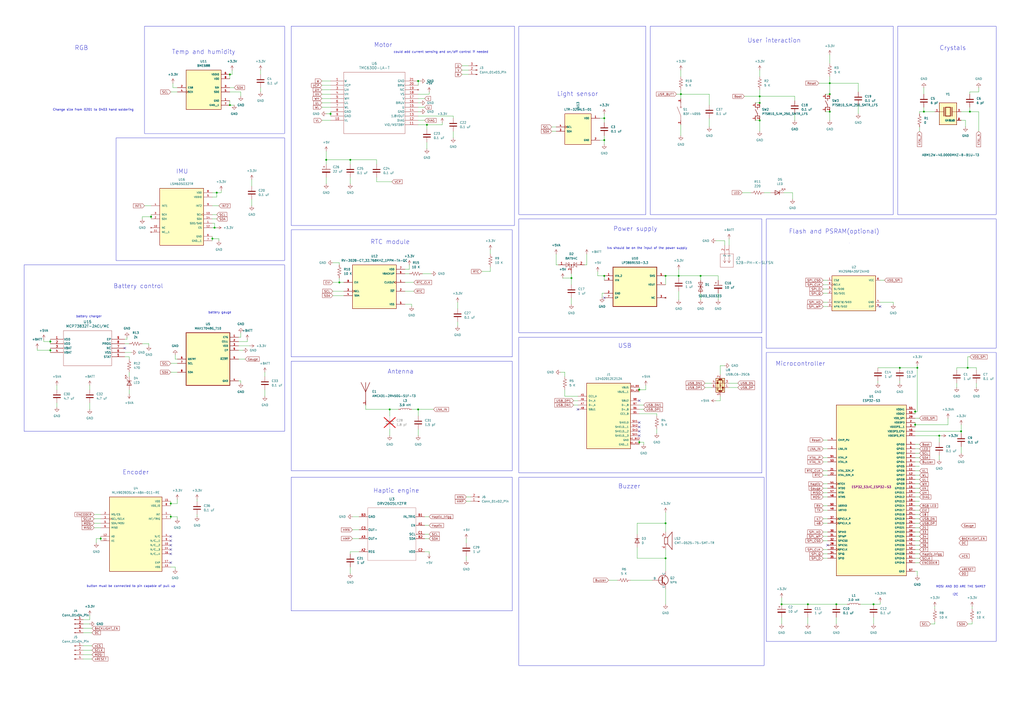
<source format=kicad_sch>
(kicad_sch (version 20250114) (generator "eeschema") (generator_version "9.0")
  (paper "A2")
  (rectangle (start 168.91 15.24) (end 298.45 130.81))
  (rectangle (start 520.7 15.24) (end 577.85 124.46))
  (rectangle (start 168.91 276.86) (end 297.18 354.33))
  (rectangle (start 300.99 276.86) (end 443.23 386.08))
  (rectangle (start 300.99 195.58) (end 441.96 274.32))
  (rectangle (start 444.5 127) (end 577.85 201.93))
  (rectangle (start 492.76 140.97) (end 492.76 140.97))
  (rectangle (start 168.91 133.35) (end 297.18 207.01))
  (rectangle (start 67.31 80.01) (end 165.1 151.13))
  (rectangle (start 444.5 204.47) (end 577.85 372.11))
  (rectangle (start 300.99 15.24) (end 374.65 124.46))
  (rectangle (start 83.82 15.24) (end 165.1 77.47))
  (rectangle (start 377.19 15.24) (end 518.16 124.46))
  (rectangle (start 13.97 153.67) (end 165.1 250.19))
  (rectangle (start 300.99 127) (end 441.96 193.04))
  (rectangle (start 168.91 209.55) (end 297.18 273.05))
  (text "Antenna" (at 232.41 215.646 0) (effects (font (size 2.54 2.54))))
  (text "Crystals" (at 552.704 27.94 0) (effects (font (size 2.54 2.54))))
  (text "button must be connected to pin capable of pull up" (at 75.946 340.106 0) (effects (font (size 1.27 1.27))))
  (text "Motor" (at 222.25 26.162 0) (effects (font (size 2.54 2.54))))
  (text "Flash and PSRAM(optional)" (at 483.87 134.366 0) (effects (font (size 2.54 2.54))))
  (text "Encoder" (at 78.74 274.066 0) (effects (font (size 2.54 2.54))))
  (text "could add current sensing and on/off control if needed" (at 255.778 30.226 0) (effects (font (size 1.27 1.27))))
  (text "Microcontroller" (at 464.312 211.074 0) (effects (font (size 2.54 2.54))))
  (text "Power supply" (at 368.554 132.842 0) (effects (font (size 2.54 2.54))))
  (text "I2C" (at 554.228 344.932 0) (effects (font (size 1.27 1.27))))
  (text "Temp and humidity" (at 118.11 30.226 0) (effects (font (size 2.54 2.54))))
  (text "IMU" (at 105.664 99.568 0) (effects (font (size 2.54 2.54))))
  (text "Haptic engine" (at 229.87 284.734 0) (effects (font (size 2.54 2.54))))
  (text "MOSI AND DO ARE THE SAME? " (at 557.784 340.36 0) (effects (font (size 1.27 1.27))))
  (text "tvs should be on the input of the power supply\n" (at 375.412 144.018 0) (effects (font (size 1.27 1.27))))
  (text "Battery control" (at 80.264 166.116 0) (effects (font (size 2.54 2.54))))
  (text "Light sensor" (at 335.026 54.61 0) (effects (font (size 2.54 2.54))))
  (text "User interaction" (at 449.072 23.622 0) (effects (font (size 2.54 2.54))))
  (text "battery gauge" (at 127.508 181.356 0) (effects (font (size 1.27 1.27))))
  (text "battery charger" (at 51.562 183.642 0) (effects (font (size 1.27 1.27))))
  (text "RGB" (at 47.244 27.94 0) (effects (font (size 2.54 2.54))))
  (text "Change size from 0201 to 0403 hand soldering" (at 54.102 63.754 0) (effects (font (size 1.27 1.27))))
  (text "USB" (at 362.458 200.66 0) (effects (font (size 2.54 2.54))))
  (text "RTC module" (at 226.314 140.462 0) (effects (font (size 2.54 2.54))))
  (text "Buzzer " (at 366.014 282.194 0) (effects (font (size 2.54 2.54))))
  (junction (at 226.06 237.49))
  (junction (at 29.21 203.2))
  (junction (at 242.57 237.49))
  (junction (at 331.47 161.29))
  (junction (at 189.23 92.71))
  (junction (at 133.35 43.18))
  (junction (at 247.65 72.39))
  (junction (at 386.08 303.53))
  (junction (at 561.34 213.36))
  (junction (at 468.63 350.52))
  (junction (at 87.63 125.73))
  (junction (at 203.2 92.71))
  (junction (at 191.77 66.04))
  (junction (at 562.61 64.77))
  (junction (at 133.35 60.96))
  (junction (at 123.19 138.43))
  (junction (at 386.08 323.85))
  (junction (at 125.73 111.76))
  (junction (at 386.08 160.02))
  (junction (at 196.85 163.83))
  (junction (at 370.84 226.06))
  (junction (at 530.86 246.38))
  (junction (at 481.33 64.77))
  (junction (at 485.14 350.52))
  (junction (at 394.97 54.61))
  (junction (at 530.86 238.76))
  (junction (at 535.94 64.77))
  (junction (at 393.7 160.02))
  (junction (at 58.42 312.42))
  (junction (at 350.52 160.02))
  (junction (at 370.84 256.54))
  (junction (at 506.73 350.52))
  (junction (at 481.33 54.61))
  (junction (at 544.83 252.73))
  (junction (at 29.21 198.12))
  (junction (at 242.57 46.99))
  (junction (at 99.06 292.1))
  (junction (at 440.69 55.88))
  (junction (at 99.06 299.72))
  (junction (at 481.33 48.26))
  (junction (at 532.13 213.36))
  (junction (at 557.53 250.19))
  (junction (at 453.39 350.52))
  (junction (at 440.69 59.69))
  (junction (at 350.52 81.28))
  (junction (at 521.97 213.36))
  (junction (at 440.69 69.85))
  (junction (at 350.52 68.58))
  (junction (at 124.46 132.08))
  (junction (at 406.4 160.02))
  (no_connect (at 480.06 316.23))
  (no_connect (at 370.84 252.73))
  (no_connect (at 99.06 316.23))
  (no_connect (at 370.84 245.11))
  (no_connect (at 370.84 232.41))
  (no_connect (at 99.06 313.69))
  (no_connect (at 99.06 326.39))
  (no_connect (at 370.84 250.19))
  (no_connect (at 335.28 237.49))
  (no_connect (at 350.52 172.72))
  (no_connect (at 510.54 177.8))
  (no_connect (at 99.06 321.31))
  (no_connect (at 72.39 201.93))
  (no_connect (at 99.06 311.15))
  (no_connect (at 99.06 318.77))
  (no_connect (at 370.84 247.65))
  (wire (pts (xy 320.04 76.2) (xy 322.58 76.2)))
  (wire (pts (xy 530.86 245.11) (xy 530.86 246.38)))
  (wire (pts (xy 125.73 127) (xy 123.19 127)))
  (wire (pts (xy 560.07 69.85) (xy 557.53 69.85)))
  (wire (pts (xy 422.91 224.79) (xy 427.99 224.79)))
  (wire (pts (xy 497.84 48.26) (xy 481.33 48.26)))
  (wire (pts (xy 242.57 46.99) (xy 243.84 46.99)))
  (wire (pts (xy 369.57 323.85) (xy 386.08 323.85)))
  (wire (pts (xy 135.89 50.8) (xy 133.35 50.8)))
  (wire (pts (xy 246.38 320.04) (xy 248.92 320.04)))
  (wire (pts (xy 331.47 172.72) (xy 331.47 176.53)))
  (wire (pts (xy 72.39 199.39) (xy 74.93 199.39)))
  (wire (pts (xy 151.13 53.34) (xy 151.13 50.8)))
  (wire (pts (xy 204.47 312.42) (xy 208.28 312.42)))
  (wire (pts (xy 497.84 53.34) (xy 497.84 48.26)))
  (wire (pts (xy 203.2 328.93) (xy 203.2 332.74)))
  (wire (pts (xy 100.33 48.26) (xy 100.33 50.8)))
  (wire (pts (xy 54.61 298.45) (xy 58.42 298.45)))
  (wire (pts (xy 48.26 359.41) (xy 52.07 359.41)))
  (wire (pts (xy 193.04 171.45) (xy 199.39 171.45)))
  (wire (pts (xy 478.79 64.77) (xy 481.33 64.77)))
  (wire (pts (xy 532.13 238.76) (xy 530.86 238.76)))
  (wire (pts (xy 133.35 43.18) (xy 133.35 45.72)))
  (wire (pts (xy 440.69 69.85) (xy 440.69 76.2)))
  (wire (pts (xy 123.19 138.43) (xy 123.19 139.7)))
  (wire (pts (xy 542.29 361.95) (xy 542.29 360.68)))
  (wire (pts (xy 186.69 52.07) (xy 191.77 52.07)))
  (wire (pts (xy 381 240.03) (xy 381 241.3)))
  (wire (pts (xy 440.69 52.07) (xy 440.69 55.88)))
  (wire (pts (xy 530.86 283.21) (xy 533.4 283.21)))
  (wire (pts (xy 393.7 168.91) (xy 393.7 173.99)))
  (wire (pts (xy 431.8 55.88) (xy 440.69 55.88)))
  (wire (pts (xy 139.7 55.88) (xy 139.7 53.34)))
  (wire (pts (xy 226.06 237.49) (xy 231.14 237.49)))
  (wire (pts (xy 440.69 55.88) (xy 461.01 55.88)))
  (wire (pts (xy 270.51 288.29) (xy 273.05 288.29)))
  (wire (pts (xy 477.52 165.1) (xy 480.06 165.1)))
  (wire (pts (xy 406.4 160.02) (xy 393.7 160.02)))
  (wire (pts (xy 238.76 177.8) (xy 238.76 176.53)))
  (wire (pts (xy 561.34 361.95) (xy 563.88 361.95)))
  (wire (pts (xy 332.74 234.95) (xy 335.28 234.95)))
  (wire (pts (xy 123.19 119.38) (xy 127 119.38)))
  (wire (pts (xy 530.86 250.19) (xy 557.53 250.19)))
  (wire (pts (xy 394.97 54.61) (xy 411.48 54.61)))
  (wire (pts (xy 234.95 156.21) (xy 237.49 156.21)))
  (wire (pts (xy 101.6 328.93) (xy 101.6 330.2)))
  (wire (pts (xy 530.86 280.67) (xy 533.4 280.67)))
  (wire (pts (xy 52.07 223.52) (xy 52.07 226.06)))
  (wire (pts (xy 350.52 78.74) (xy 350.52 81.28)))
  (wire (pts (xy 485.14 358.14) (xy 485.14 361.95)))
  (wire (pts (xy 477.52 313.69) (xy 480.06 313.69)))
  (wire (pts (xy 481.33 44.45) (xy 481.33 48.26)))
  (wire (pts (xy 246.38 304.8) (xy 248.92 304.8)))
  (wire (pts (xy 477.52 275.59) (xy 480.06 275.59)))
  (wire (pts (xy 481.33 48.26) (xy 481.33 54.61)))
  (wire (pts (xy 114.3 298.45) (xy 114.3 299.72)))
  (wire (pts (xy 284.48 144.78) (xy 284.48 147.32)))
  (wire (pts (xy 373.38 256.54) (xy 370.84 256.54)))
  (wire (pts (xy 369.57 309.88) (xy 369.57 303.53)))
  (wire (pts (xy 143.51 198.12) (xy 143.51 196.85)))
  (wire (pts (xy 453.39 358.14) (xy 453.39 361.95)))
  (wire (pts (xy 72.39 204.47) (xy 76.2 204.47)))
  (wire (pts (xy 567.69 64.77) (xy 567.69 76.2)))
  (wire (pts (xy 499.11 350.52) (xy 506.73 350.52)))
  (wire (pts (xy 186.69 57.15) (xy 191.77 57.15)))
  (wire (pts (xy 481.33 64.77) (xy 481.33 69.85)))
  (wire (pts (xy 416.56 170.18) (xy 416.56 173.99)))
  (wire (pts (xy 125.73 124.46) (xy 123.19 124.46)))
  (wire (pts (xy 101.6 208.28) (xy 101.6 205.74)))
  (wire (pts (xy 350.52 68.58) (xy 350.52 66.04)))
  (wire (pts (xy 349.25 170.18) (xy 350.52 170.18)))
  (wire (pts (xy 477.52 265.43) (xy 480.06 265.43)))
  (wire (pts (xy 386.08 318.77) (xy 386.08 323.85)))
  (wire (pts (xy 123.19 114.3) (xy 125.73 114.3)))
  (wire (pts (xy 530.86 308.61) (xy 533.4 308.61)))
  (wire (pts (xy 481.33 31.75) (xy 481.33 36.83)))
  (wire (pts (xy 530.86 252.73) (xy 544.83 252.73)))
  (wire (pts (xy 530.86 273.05) (xy 533.4 273.05)))
  (wire (pts (xy 393.7 160.02) (xy 393.7 161.29)))
  (wire (pts (xy 411.48 68.58) (xy 411.48 73.66)))
  (wire (pts (xy 125.73 114.3) (xy 125.73 111.76)))
  (wire (pts (xy 530.86 242.57) (xy 533.4 242.57)))
  (wire (pts (xy 262.89 76.2) (xy 262.89 80.01)))
  (wire (pts (xy 29.21 196.85) (xy 29.21 198.12)))
  (wire (pts (xy 468.63 358.14) (xy 468.63 361.95)))
  (wire (pts (xy 247.65 72.39) (xy 247.65 74.93)))
  (wire (pts (xy 530.86 303.53) (xy 533.4 303.53)))
  (wire (pts (xy 477.52 323.85) (xy 480.06 323.85)))
  (wire (pts (xy 542.29 351.79) (xy 542.29 353.06)))
  (wire (pts (xy 48.26 382.27) (xy 53.34 382.27)))
  (wire (pts (xy 138.43 198.12) (xy 143.51 198.12)))
  (wire (pts (xy 477.52 280.67) (xy 480.06 280.67)))
  (wire (pts (xy 535.94 50.8) (xy 535.94 54.61)))
  (wire (pts (xy 72.39 196.85) (xy 73.66 196.85)))
  (wire (pts (xy 530.86 290.83) (xy 533.4 290.83)))
  (wire (pts (xy 417.83 232.41) (xy 417.83 229.87)))
  (wire (pts (xy 21.59 201.93) (xy 21.59 203.2)))
  (wire (pts (xy 562.61 53.34) (xy 567.69 53.34)))
  (wire (pts (xy 509.27 220.98) (xy 509.27 222.25)))
  (wire (pts (xy 530.86 298.45) (xy 533.4 298.45)))
  (wire (pts (xy 133.35 60.96) (xy 135.89 60.96)))
  (wire (pts (xy 196.85 152.4) (xy 196.85 153.67)))
  (wire (pts (xy 218.44 92.71) (xy 218.44 95.25)))
  (wire (pts (xy 406.4 162.56) (xy 406.4 160.02)))
  (wire (pts (xy 58.42 312.42) (xy 55.88 312.42)))
  (wire (pts (xy 563.88 351.79) (xy 563.88 353.06)))
  (wire (pts (xy 416.56 162.56) (xy 416.56 160.02)))
  (wire (pts (xy 265.43 175.26) (xy 265.43 179.07)))
  (wire (pts (xy 123.19 129.54) (xy 124.46 129.54)))
  (wire (pts (xy 546.1 252.73) (xy 544.83 252.73)))
  (wire (pts (xy 267.97 38.1) (xy 271.78 38.1)))
  (wire (pts (xy 234.95 163.83) (xy 240.03 163.83)))
  (wire (pts (xy 530.86 262.89) (xy 533.4 262.89)))
  (wire (pts (xy 530.86 326.39) (xy 533.4 326.39)))
  (wire (pts (xy 530.86 246.38) (xy 530.86 247.65)))
  (wire (pts (xy 440.69 40.64) (xy 440.69 44.45)))
  (wire (pts (xy 58.42 312.42) (xy 58.42 313.69)))
  (wire (pts (xy 123.19 137.16) (xy 123.19 138.43)))
  (wire (pts (xy 532.13 212.09) (xy 532.13 213.36)))
  (wire (pts (xy 468.63 350.52) (xy 485.14 350.52)))
  (wire (pts (xy 453.39 346.71) (xy 453.39 350.52)))
  (wire (pts (xy 99.06 298.45) (xy 99.06 299.72)))
  (wire (pts (xy 417.83 217.17) (xy 417.83 212.09)))
  (wire (pts (xy 124.46 129.54) (xy 124.46 132.08)))
  (wire (pts (xy 204.47 307.34) (xy 208.28 307.34)))
  (wire (pts (xy 477.52 311.15) (xy 480.06 311.15)))
  (wire (pts (xy 284.48 157.48) (xy 284.48 154.94)))
  (wire (pts (xy 477.52 162.56) (xy 480.06 162.56)))
  (wire (pts (xy 265.43 186.69) (xy 265.43 189.23)))
  (wire (pts (xy 234.95 176.53) (xy 238.76 176.53)))
  (wire (pts (xy 477.52 177.8) (xy 480.06 177.8)))
  (wire (pts (xy 226.06 241.3) (xy 226.06 237.49)))
  (wire (pts (xy 394.97 52.07) (xy 394.97 54.61)))
  (wire (pts (xy 530.86 321.31) (xy 533.4 321.31)))
  (wire (pts (xy 55.88 312.42) (xy 55.88 314.96)))
  (wire (pts (xy 212.09 237.49) (xy 226.06 237.49)))
  (wire (pts (xy 530.86 313.69) (xy 533.4 313.69)))
  (wire (pts (xy 339.09 153.67) (xy 340.36 153.67)))
  (wire (pts (xy 189.23 92.71) (xy 189.23 95.25)))
  (wire (pts (xy 386.08 160.02) (xy 393.7 160.02)))
  (wire (pts (xy 327.66 229.87) (xy 335.28 229.87)))
  (wire (pts (xy 139.7 222.25) (xy 139.7 220.98)))
  (wire (pts (xy 394.97 72.39) (xy 394.97 78.74)))
  (wire (pts (xy 203.2 320.04) (xy 208.28 320.04)))
  (wire (pts (xy 370.84 240.03) (xy 381 240.03)))
  (wire (pts (xy 422.91 222.25) (xy 427.99 222.25)))
  (wire (pts (xy 477.52 318.77) (xy 480.06 318.77)))
  (wire (pts (xy 443.23 111.76) (xy 447.04 111.76)))
  (wire (pts (xy 370.84 234.95) (xy 373.38 234.95)))
  (wire (pts (xy 134.62 40.64) (xy 134.62 43.18)))
  (wire (pts (xy 189.23 102.87) (xy 189.23 106.68)))
  (wire (pts (xy 416.56 160.02) (xy 406.4 160.02)))
  (wire (pts (xy 408.94 222.25) (xy 412.75 222.25)))
  (wire (pts (xy 561.34 207.01) (xy 562.61 207.01)))
  (wire (pts (xy 530.86 300.99) (xy 533.4 300.99)))
  (wire (pts (xy 510.54 162.56) (xy 513.08 162.56)))
  (wire (pts (xy 530.86 316.23) (xy 533.4 316.23)))
  (wire (pts (xy 530.86 265.43) (xy 533.4 265.43)))
  (wire (pts (xy 530.86 288.29) (xy 533.4 288.29)))
  (wire (pts (xy 256.54 72.39) (xy 256.54 71.12)))
  (wire (pts (xy 530.86 331.47) (xy 532.13 331.47)))
  (wire (pts (xy 82.55 199.39) (xy 86.36 199.39)))
  (wire (pts (xy 138.43 220.98) (xy 139.7 220.98)))
  (wire (pts (xy 54.61 303.53) (xy 58.42 303.53)))
  (wire (pts (xy 478.79 54.61) (xy 481.33 54.61)))
  (wire (pts (xy 554.99 213.36) (xy 554.99 214.63)))
  (wire (pts (xy 102.87 292.1) (xy 102.87 289.56)))
  (wire (pts (xy 453.39 350.52) (xy 468.63 350.52)))
  (wire (pts (xy 393.7 160.02) (xy 393.7 156.21)))
  (wire (pts (xy 533.4 66.04) (xy 533.4 64.77)))
  (wire (pts (xy 248.92 309.88) (xy 246.38 309.88)))
  (wire (pts (xy 477.52 273.05) (xy 480.06 273.05)))
  (wire (pts (xy 138.43 195.58) (xy 139.7 195.58)))
  (wire (pts (xy 52.07 233.68) (xy 52.07 237.49)))
  (wire (pts (xy 331.47 158.75) (xy 331.47 161.29)))
  (wire (pts (xy 99.06 299.72) (xy 99.06 300.99)))
  (wire (pts (xy 48.26 367.03) (xy 53.34 367.03)))
  (wire (pts (xy 242.57 237.49) (xy 251.46 237.49)))
  (wire (pts (xy 237.49 156.21) (xy 237.49 153.67)))
  (wire (pts (xy 100.33 50.8) (xy 102.87 50.8)))
  (wire (pts (xy 99.06 292.1) (xy 99.06 293.37)))
  (wire (pts (xy 320.04 73.66) (xy 322.58 73.66)))
  (wire (pts (xy 530.86 270.51) (xy 533.4 270.51)))
  (wire (pts (xy 102.87 208.28) (xy 101.6 208.28)))
  (wire (pts (xy 83.82 119.38) (xy 87.63 119.38)))
  (wire (pts (xy 234.95 158.75) (xy 237.49 158.75)))
  (wire (pts (xy 82.55 125.73) (xy 87.63 125.73)))
  (wire (pts (xy 530.86 278.13) (xy 533.4 278.13)))
  (wire (pts (xy 477.52 175.26) (xy 480.06 175.26)))
  (wire (pts (xy 350.52 81.28) (xy 350.52 83.82)))
  (wire (pts (xy 191.77 64.77) (xy 191.77 66.04)))
  (wire (pts (xy 196.85 161.29) (xy 196.85 163.83)))
  (wire (pts (xy 521.97 220.98) (xy 521.97 222.25)))
  (wire (pts (xy 242.57 62.23) (xy 246.38 62.23)))
  (wire (pts (xy 114.3 289.56) (xy 114.3 290.83)))
  (wire (pts (xy 461.01 58.42) (xy 461.01 55.88)))
  (wire (pts (xy 196.85 163.83) (xy 199.39 163.83)))
  (wire (pts (xy 247.65 82.55) (xy 247.65 86.36)))
  (wire (pts (xy 279.4 157.48) (xy 284.48 157.48)))
  (wire (pts (xy 530.86 295.91) (xy 533.4 295.91)))
  (wire (pts (xy 48.26 374.65) (xy 53.34 374.65)))
  (wire (pts (xy 561.34 213.36) (xy 566.42 213.36)))
  (wire (pts (xy 138.43 203.2) (xy 140.97 203.2)))
  (wire (pts (xy 497.84 60.96) (xy 497.84 66.04)))
  (wire (pts (xy 48.26 379.73) (xy 53.34 379.73)))
  (wire (pts (xy 29.21 203.2) (xy 29.21 204.47)))
  (wire (pts (xy 370.84 256.54) (xy 370.84 257.81)))
  (wire (pts (xy 381 248.92) (xy 381 251.46)))
  (wire (pts (xy 370.84 226.06) (xy 370.84 227.33)))
  (wire (pts (xy 535.94 64.77) (xy 535.94 62.23)))
  (wire (pts (xy 99.06 290.83) (xy 99.06 292.1)))
  (wire (pts (xy 477.52 300.99) (xy 480.06 300.99)))
  (wire (pts (xy 74.93 226.06) (xy 74.93 228.6)))
  (wire (pts (xy 203.2 92.71) (xy 203.2 95.25)))
  (wire (pts (xy 544.83 264.16) (xy 544.83 266.7)))
  (wire (pts (xy 87.63 124.46) (xy 87.63 125.73)))
  (wire (pts (xy 549.91 242.57) (xy 549.91 246.38)))
  (wire (pts (xy 245.11 158.75) (xy 250.19 158.75)))
  (wire (pts (xy 242.57 59.69) (xy 243.84 59.69)))
  (wire (pts (xy 242.57 46.99) (xy 242.57 49.53)))
  (wire (pts (xy 561.34 213.36) (xy 554.99 213.36)))
  (wire (pts (xy 29.21 198.12) (xy 29.21 199.39)))
  (wire (pts (xy 530.86 238.76) (xy 530.86 240.03)))
  (wire (pts (xy 123.19 111.76) (xy 125.73 111.76)))
  (wire (pts (xy 408.94 224.79) (xy 412.75 224.79)))
  (wire (pts (xy 530.86 293.37) (xy 533.4 293.37)))
  (wire (pts (xy 270.51 322.58) (xy 270.51 325.12)))
  (wire (pts (xy 99.06 328.93) (xy 101.6 328.93)))
  (wire (pts (xy 248.92 320.04) (xy 248.92 321.31)))
  (wire (pts (xy 549.91 246.38) (xy 530.86 246.38)))
  (wire (pts (xy 146.05 115.57) (xy 146.05 119.38)))
  (wire (pts (xy 415.29 139.7) (xy 420.37 139.7)))
  (wire (pts (xy 186.69 69.85) (xy 191.77 69.85)))
  (wire (pts (xy 218.44 105.41) (xy 227.33 105.41)))
  (wire (pts (xy 87.63 125.73) (xy 87.63 127)))
  (wire (pts (xy 48.26 361.95) (xy 52.07 361.95)))
  (wire (pts (xy 267.97 40.64) (xy 271.78 40.64)))
  (wire (pts (xy 242.57 57.15) (xy 246.38 57.15)))
  (wire (pts (xy 386.08 323.85) (xy 386.08 331.47)))
  (wire (pts (xy 530.86 306.07) (xy 533.4 306.07)))
  (wire (pts (xy 54.61 306.07) (xy 58.42 306.07)))
  (wire (pts (xy 218.44 92.71) (xy 203.2 92.71)))
  (wire (pts (xy 415.29 232.41) (xy 417.83 232.41)))
  (wire (pts (xy 406.4 170.18) (xy 406.4 173.99)))
  (wire (pts (xy 193.04 152.4) (xy 196.85 152.4)))
  (wire (pts (xy 248.92 54.61) (xy 248.92 53.34)))
  (wire (pts (xy 346.71 157.48) (xy 346.71 160.02)))
  (wire (pts (xy 72.39 207.01) (xy 74.93 207.01)))
  (wire (pts (xy 242.57 237.49) (xy 242.57 241.3)))
  (wire (pts (xy 325.12 215.9) (xy 327.66 215.9)))
  (wire (pts (xy 530.86 318.77) (xy 533.4 318.77)))
  (wire (pts (xy 477.52 167.64) (xy 480.06 167.64)))
  (wire (pts (xy 459.74 111.76) (xy 459.74 115.57)))
  (wire (pts (xy 73.66 196.85) (xy 73.66 195.58)))
  (wire (pts (xy 242.57 69.85) (xy 246.38 69.85)))
  (wire (pts (xy 386.08 297.18) (xy 386.08 303.53)))
  (wire (pts (xy 530.86 260.35) (xy 533.4 260.35)))
  (wire (pts (xy 347.98 68.58) (xy 350.52 68.58)))
  (wire (pts (xy 557.53 64.77) (xy 562.61 64.77)))
  (wire (pts (xy 562.61 64.77) (xy 567.69 64.77)))
  (wire (pts (xy 374.65 223.52) (xy 374.65 226.06)))
  (wire (pts (xy 340.36 147.32) (xy 340.36 153.67)))
  (wire (pts (xy 139.7 195.58) (xy 139.7 193.04)))
  (wire (pts (xy 542.29 64.77) (xy 535.94 64.77)))
  (wire (pts (xy 238.76 237.49) (xy 242.57 237.49)))
  (wire (pts (xy 82.55 127) (xy 82.55 125.73)))
  (wire (pts (xy 203.2 321.31) (xy 203.2 320.04)))
  (wire (pts (xy 127 138.43) (xy 123.19 138.43)))
  (wire (pts (xy 234.95 168.91) (xy 240.03 168.91)))
  (wire (pts (xy 454.66 111.76) (xy 459.74 111.76)))
  (wire (pts (xy 124.46 132.08) (xy 125.73 132.08)))
  (wire (pts (xy 246.38 299.72) (xy 248.92 299.72)))
  (wire (pts (xy 133.35 53.34) (xy 139.7 53.34)))
  (wire (pts (xy 394.97 40.64) (xy 394.97 44.45)))
  (wire (pts (xy 440.69 55.88) (xy 440.69 59.69)))
  (wire (pts (xy 532.13 213.36) (xy 532.13 238.76)))
  (wire (pts (xy 138.43 208.28) (xy 142.24 208.28)))
  (wire (pts (xy 567.69 53.34) (xy 567.69 50.8)))
  (wire (pts (xy 349.25 170.18) (xy 349.25 172.72)))
  (wire (pts (xy 353.06 336.55) (xy 358.14 336.55)))
  (wire (pts (xy 350.52 160.02) (xy 350.52 162.56)))
  (wire (pts (xy 394.97 54.61) (xy 394.97 57.15)))
  (wire (pts (xy 530.86 267.97) (xy 533.4 267.97)))
  (wire (pts (xy 247.65 72.39) (xy 256.54 72.39)))
  (wire (pts (xy 262.89 67.31) (xy 262.89 68.58)))
  (wire (pts (xy 270.51 290.83) (xy 273.05 290.83)))
  (wire (pts (xy 322.58 147.32) (xy 322.58 153.67)))
  (wire (pts (xy 189.23 92.71) (xy 203.2 92.71)))
  (wire (pts (xy 86.36 199.39) (xy 86.36 200.66)))
  (wire (pts (xy 518.16 175.26) (xy 518.16 176.53)))
  (wire (pts (xy 102.87 299.72) (xy 99.06 299.72)))
  (wire (pts (xy 242.57 248.92) (xy 242.57 252.73)))
  (wire (pts (xy 48.26 377.19) (xy 53.34 377.19)))
  (wire (pts (xy 562.61 64.77) (xy 562.61 62.23)))
  (wire (pts (xy 566.42 214.63) (xy 566.42 213.36)))
  (wire (pts (xy 557.53 250.19) (xy 557.53 251.46)))
  (wire (pts (xy 123.19 132.08) (xy 124.46 132.08)))
  (wire (pts (xy 386.08 160.02) (xy 386.08 165.1)))
  (wire (pts (xy 557.53 250.19) (xy 557.53 246.38)))
  (wire (pts (xy 392.43 54.61) (xy 394.97 54.61)))
  (wire (pts (xy 322.58 153.67) (xy 323.85 153.67)))
  (wire (pts (xy 146.05 104.14) (xy 146.05 107.95)))
  (wire (pts (xy 563.88 361.95) (xy 563.88 360.68)))
  (wire (pts (xy 52.07 359.41) (xy 52.07 356.87)))
  (wire (pts (xy 370.84 255.27) (xy 370.84 256.54)))
  (wire (pts (xy 327.66 226.06) (xy 327.66 229.87)))
  (wire (pts (xy 331.47 161.29) (xy 331.47 165.1)))
  (wire (pts (xy 532.13 331.47) (xy 532.13 334.01)))
  (wire (pts (xy 477.52 170.18) (xy 480.06 170.18)))
  (wire (pts (xy 530.86 237.49) (xy 530.86 238.76)))
  (wire (pts (xy 485.14 350.52) (xy 491.49 350.52)))
  (wire (pts (xy 474.98 48.26) (xy 481.33 48.26)))
  (wire (pts (xy 138.43 200.66) (xy 144.78 200.66)))
  (wire (pts (xy 373.38 257.81) (xy 373.38 256.54)))
  (wire (pts (xy 204.47 299.72) (xy 208.28 299.72)))
  (wire (pts (xy 134.62 43.18) (xy 133.35 43.18)))
  (wire (pts (xy 332.74 232.41) (xy 335.28 232.41)))
  (wire (pts (xy 530.86 257.81) (xy 533.4 257.81)))
  (wire (pts (xy 370.84 224.79) (xy 370.84 226.06)))
  (wire (pts (xy 530.86 275.59) (xy 533.4 275.59)))
  (wire (pts (xy 510.54 349.25) (xy 510.54 350.52)))
  (wire (pts (xy 506.73 350.52) (xy 510.54 350.52)))
  (wire (pts (xy 533.4 73.66) (xy 533.4 76.2)))
  (wire (pts (xy 386.08 303.53) (xy 386.08 308.61)))
  (wire (pts (xy 369.57 303.53) (xy 386.08 303.53)))
  (wire (pts (xy 191.77 66.04) (xy 191.77 67.31)))
  (wire (pts (xy 133.35 58.42) (xy 133.35 60.96)))
  (wire (pts (xy 99.06 53.34) (xy 102.87 53.34)))
  (wire (pts (xy 58.42 311.15) (xy 58.42 312.42)))
  (wire (pts (xy 561.34 207.01) (xy 561.34 213.36)))
  (wire (pts (xy 477.52 267.97) (xy 480.06 267.97)))
  (wire (pts (xy 33.02 223.52) (xy 33.02 226.06)))
  (wire (pts (xy 246.38 312.42) (xy 248.92 312.42)))
  (wire (pts (xy 74.93 207.01) (xy 74.93 208.28)))
  (wire (pts (xy 99.06 292.1) (xy 102.87 292.1)))
  (wire (pts (xy 326.39 161.29) (xy 331.47 161.29)))
  (wire (pts (xy 226.06 248.92) (xy 226.06 252.73)))
  (wire (pts (xy 99.06 215.9) (xy 102.87 215.9)))
  (wire (pts (xy 533.4 64.77) (xy 535.94 64.77)))
  (wire (pts (xy 189.23 66.04) (xy 191.77 66.04)))
  (wire (pts (xy 557.53 259.08) (xy 557.53 262.89)))
  (wire (pts (xy 21.59 203.2) (xy 29.21 203.2)))
  (wire (pts (xy 242.57 72.39) (xy 247.65 72.39)))
  (wire (pts (xy 54.61 300.99) (xy 58.42 300.99)))
  (wire (pts (xy 386.08 341.63) (xy 386.08 350.52)))
  (wire (pts (xy 347.98 81.28) (xy 350.52 81.28)))
  (wire (pts (xy 477.52 295.91) (xy 480.06 295.91)))
  (wire (pts (xy 127 139.7) (xy 127 138.43)))
  (wire (pts (xy 477.52 285.75) (xy 480.06 285.75)))
  (wire (pts (xy 554.99 222.25) (xy 554.99 224.79)))
  (wire (pts (xy 153.67 226.06) (xy 153.67 229.87)))
  (wire (pts (xy 530.86 311.15) (xy 533.4 311.15)))
  (wire (pts (xy 461.01 66.04) (xy 461.01 69.85)))
  (wire (pts (xy 430.53 111.76) (xy 435.61 111.76)))
  (wire (pts (xy 422.91 138.43) (xy 422.91 142.24)))
  (wire (pts (xy 374.65 226.06) (xy 370.84 226.06)))
  (wire (pts (xy 365.76 336.55) (xy 378.46 336.55)))
  (wire (pts (xy 186.69 46.99) (xy 191.77 46.99)))
  (wire (pts (xy 203.2 102.87) (xy 203.2 106.68)))
  (wire (pts (xy 510.54 175.26) (xy 518.16 175.26)))
  (wire (pts (xy 151.13 40.64) (xy 151.13 43.18)))
  (wire (pts (xy 48.26 364.49) (xy 53.34 364.49)))
  (wire (pts (xy 242.57 54.61) (xy 248.92 54.61)))
  (wire (pts (xy 530.86 285.75) (xy 533.4 285.75)))
  (wire (pts (xy 477.52 283.21) (xy 480.06 283.21)))
  (wire (pts (xy 218.44 102.87) (xy 218.44 105.41)))
  (wire (pts (xy 212.09 234.95) (xy 212.09 237.49)))
  (wire (pts (xy 186.69 59.69) (xy 191.77 59.69)))
  (wire (pts (xy 530.86 323.85) (xy 533.4 323.85)))
  (wire (pts (xy 521.97 213.36) (xy 532.13 213.36)))
  (wire (pts (xy 25.4 196.85) (xy 25.4 198.12)))
  (wire (pts (xy 242.57 67.31) (xy 262.89 67.31)))
  (wire (pts (xy 186.69 54.61) (xy 191.77 54.61)))
  (wire (pts (xy 417.83 212.09) (xy 420.37 212.09)))
  (wire (pts (xy 562.61 53.34) (xy 562.61 54.61)))
  (wire (pts (xy 346.71 160.02) (xy 350.52 160.02)))
  (wire (pts (xy 509.27 213.36) (xy 521.97 213.36)))
  (wire (pts (xy 186.69 62.23) (xy 191.77 62.23)))
  (wire (pts (xy 193.04 163.83) (xy 196.85 163.83)))
  (wire (pts (xy 153.67 215.9) (xy 153.67 218.44)))
  (wire (pts (xy 193.04 168.91) (xy 199.39 168.91)))
  (wire (pts (xy 29.21 201.93) (xy 29.21 203.2)))
  (wire (pts (xy 125.73 111.76) (xy 128.27 111.76)))
  (wire (pts (xy 267.97 43.18) (xy 271.78 43.18)))
  (wire (pts (xy 566.42 222.25) (xy 566.42 224.79)))
  (wire (pts (xy 477.52 255.27) (xy 480.06 255.27)))
  (wire (pts (xy 477.52 321.31) (xy 480.06 321.31)))
  (wire (pts (xy 370.84 237.49) (xy 373.38 237.49)))
  (wire (pts (xy 189.23 87.63) (xy 189.23 92.71)))
  (wire (pts (xy 544.83 252.73) (xy 544.83 256.54)))
  (wire (pts (xy 369.57 317.5) (xy 369.57 323.85)))
  (wire (pts (xy 186.69 49.53) (xy 191.77 49.53)))
  (wire (pts (xy 560.07 73.66) (xy 560.07 69.85)))
  (wire (pts (xy 539.75 361.95) (xy 542.29 361.95)))
  (wire (pts (xy 74.93 215.9) (xy 74.93 218.44)))
  (wire (pts (xy 477.52 293.37) (xy 480.06 293.37)))
  (wire (pts (xy 477.52 260.35) (xy 480.06 260.35)))
  (wire (pts (xy 242.57 64.77) (xy 243.84 64.77)))
  (wire (pts (xy 327.66 215.9) (xy 327.66 218.44)))
  (wire (pts (xy 270.51 312.42) (xy 270.51 314.96)))
  (wire (pts (xy 350.52 68.58) (xy 350.52 71.12)))
  (wire (pts (xy 477.52 288.29) (xy 480.06 288.29)))
  (wire (pts (xy 102.87 300.99) (xy 102.87 299.72)))
  (wire (pts (xy 99.06 210.82) (xy 102.87 210.82)))
  (wire (pts (xy 411.48 54.61) (xy 411.48 60.96)))
  (wire (pts (xy 477.52 308.61) (xy 480.06 308.61)))
  (wire (pts (xy 438.15 59.69) (xy 440.69 59.69)))
  (wire (pts (xy 420.37 142.24) (xy 420.37 139.7)))
  (wire (pts (xy 33.02 233.68) (xy 33.02 236.22)))
  (wire (pts (xy 506.73 358.14) (xy 506.73 361.95)))
  (wire (pts (xy 477.52 303.53) (xy 480.06 303.53)))
  (wire (pts (xy 25.4 198.12) (xy 29.21 198.12)))
  (wire (pts (xy 128.27 111.76) (xy 128.27 110.49)))
  (wire (pts (xy 438.15 69.85) (xy 440.69 69.85)))
  (global_label "MISO" (shape input) (at 477.52 285.75 180) (property "Intersheetrefs" "${INTERSHEET_REFS}" (effects (hide yes))))
  (global_label "U" (shape input) (at 246.38 62.23 0) (property "Intersheetrefs" "${INTERSHEET_REFS}" (effects (hide yes))))
  (global_label "Haptic" (shape input) (at 248.92 304.8 0) (property "Intersheetrefs" "${INTERSHEET_REFS}" (effects (hide yes))))
  (global_label "VH" (shape input) (at 533.4 283.21 0) (property "Intersheetrefs" "${INTERSHEET_REFS}" (effects (hide yes))))
  (global_label "RGB LED" (shape input) (at 533.4 293.37 0) (property "Intersheetrefs" "${INTERSHEET_REFS}" (effects (hide yes))))
  (global_label "HMN" (shape input) (at 204.47 307.34 180) (property "Intersheetrefs" "${INTERSHEET_REFS}" (effects (hide yes))))
  (global_label "XTAL_P" (shape input) (at 477.52 265.43 180) (property "Intersheetrefs" "${INTERSHEET_REFS}" (effects (hide yes))))
  (global_label "WL" (shape input) (at 186.69 62.23 180) (property "Intersheetrefs" "${INTERSHEET_REFS}" (effects (hide yes))))
  (global_label "SCL" (shape input) (at 539.75 361.95 180) (property "Intersheetrefs" "${INTERSHEET_REFS}" (effects (hide yes))))
  (global_label "Haptic_trigg" (shape input) (at 533.4 321.31 0) (property "Intersheetrefs" "${INTERSHEET_REFS}" (effects (hide yes))))
  (global_label "VH" (shape input) (at 186.69 54.61 180) (property "Intersheetrefs" "${INTERSHEET_REFS}" (effects (hide yes))))
  (global_label "36" (shape input) (at 533.4 316.23 0) (property "Intersheetrefs" "${INTERSHEET_REFS}" (effects (hide yes))))
  (global_label "SDA" (shape input) (at 248.92 312.42 0) (property "Intersheetrefs" "${INTERSHEET_REFS}" (effects (hide yes))))
  (global_label "nCS" (shape input) (at 556.26 322.58 0) (property "Intersheetrefs" "${INTERSHEET_REFS}" (effects (hide yes))))
  (global_label "WL" (shape input) (at 533.4 275.59 0) (property "Intersheetrefs" "${INTERSHEET_REFS}" (effects (hide yes))))
  (global_label "33" (shape input) (at 533.4 308.61 0) (property "Intersheetrefs" "${INTERSHEET_REFS}" (effects (hide yes))))
  (global_label "VL" (shape input) (at 533.4 273.05 0) (property "Intersheetrefs" "${INTERSHEET_REFS}" (effects (hide yes))))
  (global_label "INT1" (shape input) (at 83.82 119.38 180) (property "Intersheetrefs" "${INTERSHEET_REFS}" (effects (hide yes))))
  (global_label "MISO" (shape input) (at 54.61 306.07 180) (property "Intersheetrefs" "${INTERSHEET_REFS}" (effects (hide yes))))
  (global_label "INT2" (shape input) (at 127 119.38 0) (property "Intersheetrefs" "${INTERSHEET_REFS}" (effects (hide yes))))
  (global_label "SPI_WP" (shape input) (at 477.52 311.15 180) (property "Intersheetrefs" "${INTERSHEET_REFS}" (effects (hide yes))))
  (global_label "ENCODER" (shape input) (at 533.4 326.39 0) (property "Intersheetrefs" "${INTERSHEET_REFS}" (effects (hide yes))))
  (global_label "EVI" (shape input) (at 193.04 163.83 180) (property "Intersheetrefs" "${INTERSHEET_REFS}" (effects (hide yes))))
  (global_label "SPI_Q" (shape input) (at 477.52 321.31 180) (property "Intersheetrefs" "${INTERSHEET_REFS}" (effects (hide yes))))
  (global_label "Boot" (shape input) (at 431.8 55.88 180) (property "Intersheetrefs" "${INTERSHEET_REFS}" (effects (hide yes))))
  (global_label "nRESET" (shape input) (at 556.26 330.2 0) (property "Intersheetrefs" "${INTERSHEET_REFS}" (effects (hide yes))))
  (global_label "USB_DP" (shape input) (at 533.4 303.53 0) (property "Intersheetrefs" "${INTERSHEET_REFS}" (effects (hide yes))))
  (global_label "SPI_D" (shape input) (at 477.52 323.85 180) (property "Intersheetrefs" "${INTERSHEET_REFS}" (effects (hide yes))))
  (global_label "Buzzer" (shape input) (at 353.06 336.55 180) (property "Intersheetrefs" "${INTERSHEET_REFS}" (effects (hide yes))))
  (global_label "V" (shape input) (at 246.38 57.15 0) (property "Intersheetrefs" "${INTERSHEET_REFS}" (effects (hide yes))))
  (global_label "U" (shape input) (at 267.97 38.1 180) (property "Intersheetrefs" "${INTERSHEET_REFS}" (effects (hide yes))))
  (global_label "USB_DP1" (shape input) (at 408.94 224.79 180) (property "Intersheetrefs" "${INTERSHEET_REFS}" (effects (hide yes))))
  (global_label "UL" (shape input) (at 186.69 59.69 180) (property "Intersheetrefs" "${INTERSHEET_REFS}" (effects (hide yes))))
  (global_label "35" (shape input) (at 533.4 313.69 0) (property "Intersheetrefs" "${INTERSHEET_REFS}" (effects (hide yes))))
  (global_label "RTC_CLK" (shape input) (at 477.52 273.05 180) (property "Intersheetrefs" "${INTERSHEET_REFS}" (effects (hide yes))))
  (global_label "TX" (shape input) (at 477.52 295.91 180) (property "Intersheetrefs" "${INTERSHEET_REFS}" (effects (hide yes))))
  (global_label "SCLK" (shape input) (at 533.4 323.85 0) (property "Intersheetrefs" "${INTERSHEET_REFS}" (effects (hide yes))))
  (global_label "V" (shape input) (at 267.97 40.64 180) (property "Intersheetrefs" "${INTERSHEET_REFS}" (effects (hide yes))))
  (global_label "VDD_SPI" (shape input) (at 562.61 207.01 0) (property "Intersheetrefs" "${INTERSHEET_REFS}" (effects (hide yes))))
  (global_label "Haptic" (shape input) (at 477.52 280.67 180) (property "Intersheetrefs" "${INTERSHEET_REFS}" (effects (hide yes))))
  (global_label "VDD_SPI" (shape input) (at 513.08 162.56 0) (property "Intersheetrefs" "${INTERSHEET_REFS}" (effects (hide yes))))
  (global_label "SPI_CLK" (shape input) (at 477.52 318.77 180) (property "Intersheetrefs" "${INTERSHEET_REFS}" (effects (hide yes))))
  (global_label "HMN" (shape input) (at 270.51 288.29 180) (property "Intersheetrefs" "${INTERSHEET_REFS}" (effects (hide yes))))
  (global_label "37" (shape input) (at 533.4 318.77 0) (property "Intersheetrefs" "${INTERSHEET_REFS}" (effects (hide yes))))
  (global_label "34" (shape input) (at 533.4 311.15 0) (property "Intersheetrefs" "${INTERSHEET_REFS}" (effects (hide yes))))
  (global_label "SPI_CS0" (shape input) (at 477.52 313.69 180) (property "Intersheetrefs" "${INTERSHEET_REFS}" (effects (hide yes))))
  (global_label "SDA" (shape input) (at 320.04 76.2 180) (property "Intersheetrefs" "${INTERSHEET_REFS}" (effects (hide yes))))
  (global_label "UH" (shape input) (at 186.69 52.07 180) (property "Intersheetrefs" "${INTERSHEET_REFS}" (effects (hide yes))))
  (global_label "BACKLIGHT_EN" (shape input) (at 556.26 312.42 0) (property "Intersheetrefs" "${INTERSHEET_REFS}" (effects (hide yes))))
  (global_label "SCLK" (shape input) (at 54.61 300.99 180) (property "Intersheetrefs" "${INTERSHEET_REFS}" (effects (hide yes))))
  (global_label "18" (shape input) (at 533.4 298.45 0) (property "Intersheetrefs" "${INTERSHEET_REFS}" (effects (hide yes))))
  (global_label "WH" (shape input) (at 186.69 57.15 180) (property "Intersheetrefs" "${INTERSHEET_REFS}" (effects (hide yes))))
  (global_label "USB_DP1" (shape input) (at 373.38 237.49 0) (property "Intersheetrefs" "${INTERSHEET_REFS}" (effects (hide yes))))
  (global_label "USB_DP1" (shape input) (at 332.74 232.41 180) (property "Intersheetrefs" "${INTERSHEET_REFS}" (effects (hide yes))))
  (global_label "RTC" (shape input) (at 240.03 168.91 0) (property "Intersheetrefs" "${INTERSHEET_REFS}" (effects (hide yes))))
  (global_label "LNA_IN" (shape input) (at 477.52 260.35 180) (property "Intersheetrefs" "${INTERSHEET_REFS}" (effects (hide yes))))
  (global_label "SCL" (shape input) (at 125.73 124.46 0) (property "Intersheetrefs" "${INTERSHEET_REFS}" (effects (hide yes))))
  (global_label "SDA" (shape input) (at 561.34 361.95 180) (property "Intersheetrefs" "${INTERSHEET_REFS}" (effects (hide yes))))
  (global_label "Gauge" (shape input) (at 477.52 283.21 180) (property "Intersheetrefs" "${INTERSHEET_REFS}" (effects (hide yes))))
  (global_label "SCLK" (shape input) (at 53.34 377.19 0) (property "Intersheetrefs" "${INTERSHEET_REFS}" (effects (hide yes))))
  (global_label "RX" (shape input) (at 477.52 293.37 180) (property "Intersheetrefs" "${INTERSHEET_REFS}" (effects (hide yes))))
  (global_label "HMP" (shape input) (at 204.47 312.42 180) (property "Intersheetrefs" "${INTERSHEET_REFS}" (effects (hide yes))))
  (global_label "SPI_CLK" (shape input) (at 477.52 165.1 180) (property "Intersheetrefs" "${INTERSHEET_REFS}" (effects (hide yes))))
  (global_label "W" (shape input) (at 267.97 43.18 180) (property "Intersheetrefs" "${INTERSHEET_REFS}" (effects (hide yes))))
  (global_label "SCL" (shape input) (at 99.06 210.82 180) (property "Intersheetrefs" "${INTERSHEET_REFS}" (effects (hide yes))))
  (global_label "SCL" (shape input) (at 99.06 53.34 180) (property "Intersheetrefs" "${INTERSHEET_REFS}" (effects (hide yes))))
  (global_label "DC" (shape input) (at 53.34 367.03 0) (property "Intersheetrefs" "${INTERSHEET_REFS}" (effects (hide yes))))
  (global_label "Reset" (shape input) (at 474.98 48.26 180) (property "Intersheetrefs" "${INTERSHEET_REFS}" (effects (hide yes))))
  (global_label "LED" (shape input) (at 430.53 111.76 180) (property "Intersheetrefs" "${INTERSHEET_REFS}" (effects (hide yes))))
  (global_label "MOSI" (shape input) (at 53.34 379.73 0) (property "Intersheetrefs" "${INTERSHEET_REFS}" (effects (hide yes))))
  (global_label "SPI_CS0" (shape input) (at 477.52 162.56 180) (property "Intersheetrefs" "${INTERSHEET_REFS}" (effects (hide yes))))
  (global_label "DIAG" (shape input) (at 246.38 69.85 0) (property "Intersheetrefs" "${INTERSHEET_REFS}" (effects (hide yes))))
  (global_label "SPI_HD" (shape input) (at 477.52 308.61 180) (property "Intersheetrefs" "${INTERSHEET_REFS}" (effects (hide yes))))
  (global_label "VCP" (shape input) (at 227.33 105.41 0) (property "Intersheetrefs" "${INTERSHEET_REFS}" (effects (hide yes))))
  (global_label "SDA" (shape input) (at 125.73 127 0) (property "Intersheetrefs" "${INTERSHEET_REFS}" (effects (hide yes))))
  (global_label "BACKLIGHT_EN" (shape input) (at 53.34 364.49 0) (property "Intersheetrefs" "${INTERSHEET_REFS}" (effects (hide yes))))
  (global_label "UL" (shape input) (at 533.4 278.13 0) (property "Intersheetrefs" "${INTERSHEET_REFS}" (effects (hide yes))))
  (global_label "VDD_SPI" (shape input) (at 533.4 242.57 0) (property "Intersheetrefs" "${INTERSHEET_REFS}" (effects (hide yes))))
  (global_label "SCL" (shape input) (at 320.04 73.66 180) (property "Intersheetrefs" "${INTERSHEET_REFS}" (effects (hide yes))))
  (global_label "RTC" (shape input) (at 477.52 275.59 180) (property "Intersheetrefs" "${INTERSHEET_REFS}" (effects (hide yes))))
  (global_label "SDA" (shape input) (at 135.89 50.8 0) (property "Intersheetrefs" "${INTERSHEET_REFS}" (effects (hide yes))))
  (global_label "SCL" (shape input) (at 248.92 309.88 0) (property "Intersheetrefs" "${INTERSHEET_REFS}" (effects (hide yes))))
  (global_label "VCP" (shape input) (at 186.69 49.53 180) (property "Intersheetrefs" "${INTERSHEET_REFS}" (effects (hide yes))))
  (global_label "SDA" (shape input) (at 533.4 265.43 0) (property "Intersheetrefs" "${INTERSHEET_REFS}" (effects (hide yes))))
  (global_label "USB_DN1" (shape input) (at 408.94 222.25 180) (property "Intersheetrefs" "${INTERSHEET_REFS}" (effects (hide yes))))
  (global_label "USB_DN" (shape input) (at 427.99 222.25 0) (property "Intersheetrefs" "${INTERSHEET_REFS}" (effects (hide yes))))
  (global_label "EVI" (shape input) (at 533.4 295.91 0) (property "Intersheetrefs" "${INTERSHEET_REFS}" (effects (hide yes))))
  (global_label "SDA" (shape input) (at 99.06 215.9 180) (property "Intersheetrefs" "${INTERSHEET_REFS}" (effects (hide yes))))
  (global_label "SPI_Q" (shape input) (at 477.52 170.18 180) (property "Intersheetrefs" "${INTERSHEET_REFS}" (effects (hide yes))))
  (global_label "USB_DN1" (shape input) (at 373.38 234.95 0) (property "Intersheetrefs" "${INTERSHEET_REFS}" (effects (hide yes))))
  (global_label "DC" (shape input) (at 556.26 314.96 0) (property "Intersheetrefs" "${INTERSHEET_REFS}" (effects (hide yes))))
  (global_label "LNA_IN" (shape input) (at 251.46 237.49 0) (property "Intersheetrefs" "${INTERSHEET_REFS}" (effects (hide yes))))
  (global_label "21" (shape input) (at 533.4 306.07 0) (property "Intersheetrefs" "${INTERSHEET_REFS}" (effects (hide yes))))
  (global_label "Gauge" (shape input) (at 142.24 208.28 0) (property "Intersheetrefs" "${INTERSHEET_REFS}" (effects (hide yes))))
  (global_label "XTAL_N" (shape input) (at 567.69 76.2 270) (property "Intersheetrefs" "${INTERSHEET_REFS}" (effects (hide yes))))
  (global_label "Haptic_trigg" (shape input) (at 248.92 299.72 0) (property "Intersheetrefs" "${INTERSHEET_REFS}" (effects (hide yes))))
  (global_label "XTAL_N" (shape input) (at 477.52 267.97 180) (property "Intersheetrefs" "${INTERSHEET_REFS}" (effects (hide yes))))
  (global_label "VL" (shape input) (at 186.69 69.85 180) (property "Intersheetrefs" "${INTERSHEET_REFS}" (effects (hide yes))))
  (global_label "MOSI" (shape input) (at 477.52 288.29 180) (property "Intersheetrefs" "${INTERSHEET_REFS}" (effects (hide yes))))
  (global_label "SCL" (shape input) (at 193.04 168.91 180) (property "Intersheetrefs" "${INTERSHEET_REFS}" (effects (hide yes))))
  (global_label "Buzzer" (shape input) (at 533.4 267.97 0) (property "Intersheetrefs" "${INTERSHEET_REFS}" (effects (hide yes))))
  (global_label "ENCODER" (shape input) (at 54.61 298.45 180) (property "Intersheetrefs" "${INTERSHEET_REFS}" (effects (hide yes))))
  (global_label "DO" (shape input) (at 556.26 332.74 0) (property "Intersheetrefs" "${INTERSHEET_REFS}" (effects (hide yes))))
  (global_label "nCS" (shape input) (at 53.34 374.65 0) (property "Intersheetrefs" "${INTERSHEET_REFS}" (effects (hide yes))))
  (global_label "Reset" (shape input) (at 477.52 255.27 180) (property "Intersheetrefs" "${INTERSHEET_REFS}" (effects (hide yes))))
  (global_label "nRESET" (shape input) (at 53.34 382.27 0) (property "Intersheetrefs" "${INTERSHEET_REFS}" (effects (hide yes))))
  (global_label "47" (shape input) (at 477.52 300.99 180) (property "Intersheetrefs" "${INTERSHEET_REFS}" (effects (hide yes))))
  (global_label "48" (shape input) (at 477.52 303.53 180) (property "Intersheetrefs" "${INTERSHEET_REFS}" (effects (hide yes))))
  (global_label "XTAL_P" (shape input) (at 533.4 76.2 270) (property "Intersheetrefs" "${INTERSHEET_REFS}" (effects (hide yes))))
  (global_label "SPI_WP" (shape input) (at 477.52 177.8 180) (property "Intersheetrefs" "${INTERSHEET_REFS}" (effects (hide yes))))
  (global_label "Boot" (shape input) (at 533.4 257.81 0) (property "Intersheetrefs" "${INTERSHEET_REFS}" (effects (hide yes))))
  (global_label "MOSI" (shape input) (at 54.61 303.53 180) (property "Intersheetrefs" "${INTERSHEET_REFS}" (effects (hide yes))))
  (global_label "SCL" (shape input) (at 533.4 262.89 0) (property "Intersheetrefs" "${INTERSHEET_REFS}" (effects (hide yes))))
  (global_label "UH" (shape input) (at 533.4 285.75 0) (property "Intersheetrefs" "${INTERSHEET_REFS}" (effects (hide yes))))
  (global_label "SDA" (shape input) (at 193.04 171.45 180) (property "Intersheetrefs" "${INTERSHEET_REFS}" (effects (hide yes))))
  (global_label "HMP" (shape input) (at 270.51 290.83 180) (property "Intersheetrefs" "${INTERSHEET_REFS}" (effects (hide yes))))
  (global_label "RTC" (shape input) (at 279.4 157.48 180) (property "Intersheetrefs" "${INTERSHEET_REFS}" (effects (hide yes))))
  (global_label "DIAG" (shape input) (at 533.4 288.29 0) (property "Intersheetrefs" "${INTERSHEET_REFS}" (effects (hide yes))))
  (global_label "USB_DP" (shape input) (at 427.99 224.79 0) (property "Intersheetrefs" "${INTERSHEET_REFS}" (effects (hide yes))))
  (global_label "USB_DN" (shape input) (at 533.4 300.99 0) (property "Intersheetrefs" "${INTERSHEET_REFS}" (effects (hide yes))))
  (global_label "Gauge" (shape input) (at 557.53 304.8 0) (property "Intersheetrefs" "${INTERSHEET_REFS}" (effects (hide yes))))
  (global_label "USB_DN1" (shape input) (at 332.74 234.95 180) (property "Intersheetrefs" "${INTERSHEET_REFS}" (effects (hide yes))))
  (global_label "W" (shape input) (at 186.69 46.99 180) (property "Intersheetrefs" "${INTERSHEET_REFS}" (effects (hide yes))))
  (global_label "WH" (shape input) (at 533.4 280.67 0) (property "Intersheetrefs" "${INTERSHEET_REFS}" (effects (hide yes))))
  (global_label "RTC_CLK" (shape input) (at 240.03 163.83 0) (property "Intersheetrefs" "${INTERSHEET_REFS}" (effects (hide yes))))
  (global_label "LED" (shape input) (at 533.4 260.35 0) (property "Intersheetrefs" "${INTERSHEET_REFS}" (effects (hide yes))))
  (global_label "SPI_HD" (shape input) (at 477.52 175.26 180) (property "Intersheetrefs" "${INTERSHEET_REFS}" (effects (hide yes))))
  (global_label "USR_BUTT" (shape input) (at 392.43 54.61 180) (property "Intersheetrefs" "${INTERSHEET_REFS}" (effects (hide yes))))
  (global_label "SPI_D" (shape input) (at 477.52 167.64 180) (property "Intersheetrefs" "${INTERSHEET_REFS}" (effects (hide yes))))
  (symbol (lib_id "power:+BATT") (at 21.59 201.93 0) (unit 1)
    (property "Reference" "#PWR0105" (effects (hide yes)))
    (property "Value" "+BATT" (at 21.59 196.85 0))
    (property "Description" "Power symbol creates a global label with name \"+BATT\"" (effects (hide yes)))
  )
  (symbol (lib_id "power:+5VA") (at 74.93 228.6 180) (unit 1)
    (property "Reference" "#PWR089" (effects (hide yes)))
    (property "Value" "+5VA" (at 74.93 233.68 0))
    (property "Description" "Power symbol creates a global label with name \"+5VA\"" (effects (hide yes)))
  )
  (symbol (lib_id "Device:L") (at 234.95 237.49 90) (unit 1)
    (property "Reference" "L3" (at 234.95 232.41 90))
    (property "Value" "3.9 nH" (at 234.95 234.95 90))
    (property "Footprint" "Inductor_SMD:L_0201_0603Metric" (effects (hide yes)))
    (property "Description" "Inductor" (effects (hide yes)))
  )
  (symbol (lib_id "power:GND") (at 532.13 334.01 0) (unit 1)
    (property "Reference" "#PWR02" (effects (hide yes)))
    (property "Value" "GND" (at 532.13 339.09 0))
    (property "Description" "Power symbol creates a global label with name \"GND\" , ground" (effects (hide yes)))
  )
  (symbol (lib_id "power:GND") (at 535.94 50.8 180) (unit 1)
    (property "Reference" "#PWR08" (effects (hide yes)))
    (property "Value" "GND" (at 535.94 45.72 0))
    (property "Description" "Power symbol creates a global label with name \"GND\" , ground" (effects (hide yes)))
  )
  (symbol (lib_id "Device:C") (at 411.48 64.77 0) (unit 1)
    (property "Reference" "C37" (at 415.29 63.4999 0) (effects (justify left)))
    (property "Value" "0.1 uF" (at 415.29 66.0399 0) (effects (justify left)))
    (property "Footprint" "Capacitor_SMD:C_0201_0603Metric_Pad0.64x0.40mm_HandSolder" (effects (hide yes)))
  )
  (symbol (lib_id "Device:C") (at 468.63 354.33 0) (unit 1)
    (property "Reference" "C11" (at 472.44 353.0599 0) (effects (justify left)))
    (property "Value" "1 uF" (at 472.44 355.5999 0) (effects (justify left)))
    (property "Footprint" "Capacitor_SMD:C_0201_0603Metric_Pad0.64x0.40mm_HandSolder" (effects (hide yes)))
  )
  (symbol (lib_id "power:+5VA") (at 33.02 223.52 0) (unit 1)
    (property "Reference" "#PWR087" (effects (hide yes)))
    (property "Value" "+5VA" (at 33.02 218.44 0))
    (property "Description" "Power symbol creates a global label with name \"+5VA\"" (effects (hide yes)))
  )
  (symbol (lib_id "power:+3.3VA") (at 510.54 349.25 0) (mirror y) (unit 1)
    (property "Reference" "#PWR066" (effects (hide yes)))
    (property "Value" "+3.3VA" (at 510.54 344.17 0))
    (property "Description" "Power symbol creates a global label with name \"+3.3VA\"" (effects (hide yes)))
  )
  (symbol (lib_id "power:GND") (at 151.13 53.34 0) (unit 1)
    (property "Reference" "#PWR073" (effects (hide yes)))
    (property "Value" "GND" (at 151.13 58.42 0))
    (property "Description" "Power symbol creates a global label with name \"GND\" , ground" (effects (hide yes)))
  )
  (symbol (lib_id "power:+3.3V") (at 532.13 212.09 0) (unit 1)
    (property "Reference" "#PWR022" (effects (hide yes)))
    (property "Value" "+3.3V" (at 532.13 207.01 0))
    (property "Description" "Power symbol creates a global label with name \"+3.3V\"" (effects (hide yes)))
  )
  (symbol (lib_id "power:+3.3V") (at 52.07 356.87 0) (unit 1)
    (property "Reference" "#PWR0104" (effects (hide yes)))
    (property "Value" "+3.3V" (at 52.07 351.79 0))
    (property "Description" "Power symbol creates a global label with name \"+3.3V\"" (effects (hide yes)))
  )
  (symbol (lib_id "power:GND") (at 203.2 106.68 0) (unit 1)
    (property "Reference" "#PWR059" (effects (hide yes)))
    (property "Value" "GND" (at 203.2 111.76 0))
    (property "Description" "Power symbol creates a global label with name \"GND\" , ground" (effects (hide yes)))
  )
  (symbol (lib_id "power:+BATT") (at 153.67 215.9 0) (unit 1)
    (property "Reference" "#PWR098" (effects (hide yes)))
    (property "Value" "+BATT" (at 153.67 210.82 0))
    (property "Description" "Power symbol creates a global label with name \"+BATT\"" (effects (hide yes)))
  )
  (symbol (lib_id "Device:R_US") (at 241.3 158.75 90) (unit 1)
    (property "Reference" "R15" (at 241.3 152.4 90))
    (property "Value" "10 K" (at 241.3 154.94 90))
    (property "Footprint" "Resistor_SMD:R_0201_0603Metric_Pad0.64x0.40mm_HandSolder" (effects (hide yes)))
  )
  (symbol (lib_id "MAX17048G_T10:MAX17048G_T10") (at 120.65 208.28 0) (unit 1)
    (property "Reference" "U5" (at 120.65 187.96 0))
    (property "Value" "MAX17048G_T10" (at 120.65 190.5 0))
    (property "Footprint" "MAX17048G_T10:SON50P200X200X80-9N" (effects (hide yes)))
    (property "Datasheet" "https://www.digikey.com/es/products/detail/analog-devices-inc-maxim-integrated/MAX17048G-T10/3758921" (effects (hide yes)))
  )
  (symbol (lib_id "power:+3.3V") (at 546.1 252.73 270) (unit 1)
    (property "Reference" "#PWR01" (effects (hide yes)))
    (property "Value" "+3.3V" (at 549.91 252.7299 90) (effects (justify left)))
    (property "Description" "Power symbol creates a global label with name \"+3.3V\"" (effects (hide yes)))
  )
  (symbol (lib_id "power:GND") (at 243.84 64.77 90) (unit 1)
    (property "Reference" "#PWR051" (effects (hide yes)))
    (property "Value" "GND" (at 247.65 64.7699 90) (effects (justify right)))
    (property "Description" "Power symbol creates a global label with name \"GND\" , ground" (effects (hide yes)))
  )
  (symbol (lib_id "Connector:Conn_01x04_Pin") (at 43.18 361.95 0) (unit 1)
    (property "Reference" "J4" (at 43.815 354.33 0))
    (property "Value" "Conn_01x04_Pin" (at 43.815 356.87 0))
    (property "Footprint" "Connector_PinHeader_1.27mm:PinHeader_1x04_P1.27mm_Vertical" (effects (hide yes)))
    (property "Description" "Generic connector, single row, 01x04, script generated" (effects (hide yes)))
  )
  (symbol (lib_id "jst:S2B-PH-K-SLFSN") (at 422.91 142.24 270) (unit 1)
    (property "Reference" "J2" (at 426.72 149.8599 90) (effects (font (size 1.524 1.524)) (justify left)))
    (property "Value" "S2B-PH-K-SLFSN" (at 426.72 152.3999 90) (effects (font (size 1.524 1.524)) (justify left)))
    (property "Footprint" "Connector_JST:JST_ZH_B2B-ZR_1x02_P1.50mm_Vertical" (effects (hide yes)))
    (property "Datasheet" "S2B-PH-K-SLFSN" (effects (hide yes)))
    (property "Description" "https://www.digikey.es/es/products/detail/jst-sales-america-inc/S2B-PH-K-S/926626" (effects (hide yes)))
  )
  (symbol (lib_id "Device:R_US") (at 481.33 40.64 0) (unit 1)
    (property "Reference" "R3" (at 483.87 39.3699 0) (effects (justify left)))
    (property "Value" "5 K" (at 483.87 41.9099 0) (effects (justify left)))
    (property "Footprint" "Resistor_SMD:R_0201_0603Metric_Pad0.64x0.40mm_HandSolder" (effects (hide yes)))
  )
  (symbol (lib_id "power:GND") (at 497.84 66.04 0) (unit 1)
    (property "Reference" "#PWR041" (effects (hide yes)))
    (property "Value" "GND" (at 497.84 71.12 0))
    (property "Description" "Power symbol creates a global label with name \"GND\" , ground" (effects (hide yes)))
  )
  (symbol (lib_id "power:GND") (at 127 139.7 0) (unit 1)
    (property "Reference" "#PWR084" (effects (hide yes)))
    (property "Value" "GND" (at 127 144.78 0))
    (property "Description" "Power symbol creates a global label with name \"GND\" , ground" (effects (hide yes)))
  )
  (symbol (lib_id "Device:LED") (at 450.85 111.76 180) (unit 1)
    (property "Reference" "D5" (at 452.4375 104.14 0))
    (property "Value" "LED" (at 452.4375 106.68 0))
    (property "Footprint" "LED_SMD:LED_0805_2012Metric" (effects (hide yes)))
    (property "Datasheet" "https://www.digikey.es/es/products/detail/xinglight/XL-TD2012SURC/25673236" (effects (hide yes)))
    (property "Description" "Light emitting diode" (effects (hide yes)))
    (property "Sim.Pins" "1=K 2=A" (effects (hide yes)))
  )
  (symbol (lib_id "Device:C") (at 247.65 78.74 0) (unit 1)
    (property "Reference" "C23" (at 251.46 77.4699 0) (effects (justify left)))
    (property "Value" "0.1 uF" (at 251.46 80.0099 0) (effects (justify left)))
    (property "Footprint" "Capacitor_SMD:C_0201_0603Metric_Pad0.64x0.40mm_HandSolder" (effects (hide yes)))
  )
  (symbol (lib_id "power:GND") (at 101.6 205.74 180) (unit 1)
    (property "Reference" "#PWR0124" (effects (hide yes)))
    (property "Value" "GND" (at 101.6 200.66 0))
    (property "Description" "Power symbol creates a global label with name \"GND\" , ground" (effects (hide yes)))
  )
  (symbol (lib_id "power:GND") (at 226.06 252.73 0) (unit 1)
    (property "Reference" "#PWR068" (effects (hide yes)))
    (property "Value" "GND" (at 226.06 257.81 0))
    (property "Description" "Power symbol creates a global label with name \"GND\" , ground" (effects (hide yes)))
  )
  (symbol (lib_id "power:+5VA") (at 25.4 196.85 0) (unit 1)
    (property "Reference" "#PWR086" (effects (hide yes)))
    (property "Value" "+5VA" (at 25.4 191.77 0))
    (property "Description" "Power symbol creates a global label with name \"+5VA\"" (effects (hide yes)))
  )
  (symbol (lib_id "power:GND") (at 461.01 69.85 0) (unit 1)
    (property "Reference" "#PWR038" (effects (hide yes)))
    (property "Value" "GND" (at 461.01 74.93 0))
    (property "Description" "Power symbol creates a global label with name \"GND\" , ground" (effects (hide yes)))
  )
  (symbol (lib_id "Device:C") (at 203.2 99.06 0) (unit 1)
    (property "Reference" "C25" (at 207.01 97.7899 0) (effects (justify left)))
    (property "Value" "0.1 uF" (at 207.01 100.3299 0) (effects (justify left)))
    (property "Footprint" "Capacitor_SMD:C_0201_0603Metric_Pad0.64x0.40mm_HandSolder" (effects (hide yes)))
  )
  (symbol (lib_id "power:GND") (at 325.12 215.9 270) (unit 1)
    (property "Reference" "#PWR045" (effects (hide yes)))
    (property "Value" "GND" (at 321.31 215.8999 90) (effects (justify right)))
    (property "Description" "Power symbol creates a global label with name \"GND\" , ground" (effects (hide yes)))
  )
  (symbol (lib_id "power:GND") (at 153.67 229.87 0) (unit 1)
    (property "Reference" "#PWR0100" (effects (hide yes)))
    (property "Value" "GND" (at 153.67 234.95 0))
    (property "Description" "Power symbol creates a global label with name \"GND\" , ground" (effects (hide yes)))
  )
  (symbol (lib_id "power:GND") (at 33.02 236.22 0) (unit 1)
    (property "Reference" "#PWR088" (effects (hide yes)))
    (property "Value" "GND" (at 33.02 241.3 0))
    (property "Description" "Power symbol creates a global label with name \"GND\" , ground" (effects (hide yes)))
  )
  (symbol (lib_id "power:GND") (at 440.69 76.2 0) (unit 1)
    (property "Reference" "#PWR037" (effects (hide yes)))
    (property "Value" "GND" (at 440.69 81.28 0))
    (property "Description" "Power symbol creates a global label with name \"GND\" , ground" (effects (hide yes)))
  )
  (symbol (lib_id "power:GND") (at 135.89 60.96 0) (unit 1)
    (property "Reference" "#PWR049" (effects (hide yes)))
    (property "Value" "GND" (at 135.89 66.04 0))
    (property "Description" "Power symbol creates a global label with name \"GND\" , ground" (effects (hide yes)))
  )
  (symbol (lib_id "power:+3.3V") (at 453.39 346.71 0) (unit 1)
    (property "Reference" "#PWR017" (effects (hide yes)))
    (property "Value" "+3.3V" (at 453.39 341.63 0))
    (property "Description" "Power symbol creates a global label with name \"+3.3V\"" (effects (hide yes)))
  )
  (symbol (lib_id "power:GND") (at 139.7 55.88 0) (unit 1)
    (property "Reference" "#PWR048" (effects (hide yes)))
    (property "Value" "GND" (at 139.7 60.96 0))
    (property "Description" "Power symbol creates a global label with name \"GND\" , ground" (effects (hide yes)))
  )
  (symbol (lib_id "Device:R_US") (at 381 245.11 0) (unit 1)
    (property "Reference" "R4" (at 383.54 243.8399 0) (effects (justify left)))
    (property "Value" "5 K" (at 383.54 246.3799 0) (effects (justify left)))
    (property "Footprint" "Resistor_SMD:R_0201_0603Metric_Pad0.64x0.40mm_HandSolder" (effects (hide yes)))
  )
  (symbol (lib_id "power:+3.3V") (at 563.88 351.79 0) (unit 1)
    (property "Reference" "#PWR063" (effects (hide yes)))
    (property "Value" "+3.3V" (at 563.88 346.71 0))
    (property "Description" "Power symbol creates a global label with name \"+3.3V\"" (effects (hide yes)))
  )
  (symbol (lib_id "power:GND") (at 101.6 330.2 0) (unit 1)
    (property "Reference" "#PWR0117" (effects (hide yes)))
    (property "Value" "GND" (at 101.6 335.28 0))
    (property "Description" "Power symbol creates a global label with name \"GND\" , ground" (effects (hide yes)))
  )
  (symbol (lib_id "Device:R_US") (at 439.42 111.76 90) (unit 1)
    (property "Reference" "R11" (at 439.42 105.41 90))
    (property "Value" "220" (at 439.42 107.95 90))
    (property "Footprint" "Resistor_SMD:R_0201_0603Metric_Pad0.64x0.40mm_HandSolder" (effects (hide yes)))
  )
  (symbol (lib_id "power:GND") (at 139.7 193.04 180) (unit 1)
    (property "Reference" "#PWR093" (effects (hide yes)))
    (property "Value" "GND" (at 139.7 187.96 0))
    (property "Description" "Power symbol creates a global label with name \"GND\" , ground" (effects (hide yes)))
  )
  (symbol (lib_id "power:+5VA") (at 374.65 223.52 0) (unit 1)
    (property "Reference" "#PWR034" (effects (hide yes)))
    (property "Value" "+5VA" (at 374.65 218.44 0))
    (property "Description" "Power symbol creates a global label with name \"+5VA\"" (effects (hide yes)))
  )
  (symbol (lib_id "AMCA31-2R450G-S1F-T3:AMCA31-2R450G-S1F-T3") (at 212.09 229.87 0) (unit 1)
    (property "Reference" "E1" (at 215.9 227.1394 0) (effects (justify left)))
    (property "Value" "AMCA31-2R450G-S1F-T3" (at 215.9 229.6794 0) (effects (justify left)))
    (property "Footprint" "AMCA31_2R450G_S1F_T3:XDCR_AMCA31-2R450G-S1F-T3" (effects (hide yes)))
    (property "Datasheet" "https://www.digikey.es/es/products/detail/abracon-llc/AMCA31-2R450G-S1F-T3/4494340" (effects (hide yes)))
    (property "PARTREV" "03-21-19" (effects (hide yes)))
    (property "STANDARD" "Manufacturer Recommendations" (effects (hide yes)))
    (property "SNAPEDA_PN" "AMCA31-2R450G-S1F-T3" (effects (hide yes)))
    (property "MAXIMUM_PACKAGE_HEIGHT" "1.4mm" (effects (hide yes)))
    (property "MANUFACTURER" "Abracon" (effects (hide yes)))
  )
  (symbol (lib_id "power:GND") (at 146.05 119.38 0) (unit 1)
    (property "Reference" "#PWR081" (effects (hide yes)))
    (property "Value" "GND" (at 146.05 124.46 0))
    (property "Description" "Power symbol creates a global label with name \"GND\" , ground" (effects (hide yes)))
  )
  (symbol (lib_id "power:+3.3V") (at 393.7 156.21 0) (unit 1)
    (property "Reference" "#PWR026" (effects (hide yes)))
    (property "Value" "+3.3V" (at 393.7 151.13 0))
    (property "Description" "Power symbol creates a global label with name \"+3.3V\"" (effects (hide yes)))
  )
  (symbol (lib_id "Connector:Conn_01x04_Pin") (at 43.18 377.19 0) (unit 1)
    (property "Reference" "J5" (at 43.815 369.57 0))
    (property "Value" "Conn_01x04_Pin" (at 43.815 372.11 0))
    (property "Footprint" "Connector_PinHeader_1.27mm:PinHeader_1x04_P1.27mm_Vertical" (effects (hide yes)))
    (property "Description" "Generic connector, single row, 01x04, script generated" (effects (hide yes)))
  )
  (symbol (lib_id "power:GND") (at 459.74 115.57 0) (unit 1)
    (property "Reference" "#PWR071" (effects (hide yes)))
    (property "Value" "GND" (at 459.74 120.65 0))
    (property "Description" "Power symbol creates a global label with name \"GND\" , ground" (effects (hide yes)))
  )
  (symbol (lib_id "Connector:Conn_01x02_Pin") (at 278.13 290.83 180) (unit 1)
    (property "Reference" "J6" (at 279.4 288.2899 0) (effects (justify right)))
    (property "Value" "Conn_01x02_Pin" (at 279.4 290.8299 0) (effects (justify right)))
    (property "Footprint" "Connector_JST:JST_ZH_B2B-ZR_1x02_P1.50mm_Vertical" (effects (hide yes)))
    (property "Description" "Generic connector, single row, 01x02, script generated" (effects (hide yes)))
  )
  (symbol (lib_id "power:GND") (at 114.3 299.72 0) (unit 1)
    (property "Reference" "#PWR0119" (effects (hide yes)))
    (property "Value" "GND" (at 114.3 304.8 0))
    (property "Description" "Power symbol creates a global label with name \"GND\" , ground" (effects (hide yes)))
  )
  (symbol (lib_id "power:+3.3V") (at 265.43 175.26 0) (unit 1)
    (property "Reference" "#PWR060" (effects (hide yes)))
    (property "Value" "+3.3V" (at 265.43 170.18 0))
    (property "Description" "Power symbol creates a global label with name \"+3.3V\"" (effects (hide yes)))
  )
  (symbol (lib_id "power:GND") (at 193.04 152.4 270) (unit 1)
    (property "Reference" "#PWR04" (effects (hide yes)))
    (property "Value" "GND" (at 189.23 152.3999 90) (effects (justify right)))
    (property "Description" "Power symbol creates a global label with name \"GND\" , ground" (effects (hide yes)))
  )
  (symbol (lib_id "Device:C") (at 521.97 217.17 0) (unit 1)
    (property "Reference" "C13" (at 525.78 215.8999 0) (effects (justify left)))
    (property "Value" "10 nF" (at 525.78 218.4399 0) (effects (justify left)))
    (property "Footprint" "Capacitor_SMD:C_0201_0603Metric_Pad0.64x0.40mm_HandSolder" (effects (hide yes)))
  )
  (symbol (lib_id "Device:C_Polarized") (at 189.23 99.06 0) (unit 1)
    (property "Reference" "C26" (at 193.04 96.9009 0) (effects (justify left)))
    (property "Value" "22 uF" (at 193.04 99.4409 0) (effects (justify left)))
    (property "Footprint" "Capacitor_Tantalum_SMD:CP_EIA-1608-08_AVX-J_HandSolder" (effects (hide yes)))
  )
  (symbol (lib_id "power:GND") (at 506.73 361.95 0) (unit 1)
    (property "Reference" "#PWR021" (effects (hide yes)))
    (property "Value" "GND" (at 506.73 367.03 0))
    (property "Description" "Power symbol creates a global label with name \"GND\" , ground" (effects (hide yes)))
  )
  (symbol (lib_id "ABM12W-40.0000MHZ-8-B1U-T3:ABM12W-40.0000MHZ-8-B1U-T3") (at 549.91 64.77 0) (unit 1)
    (property "Reference" "Y1" (at 549.91 54.61 0))
    (property "Value" "ABM12W-40.0000MHZ-8-B1U-T3" (at 551.434 89.916 0))
    (property "Footprint" "ABM12W_40_0000MHZ_8_B1U_T3:XTAL_ABM12W-40.0000MHZ-8-B1U-T3" (effects (hide yes)))
    (property "Datasheet" "https://www.digikey.com/en/products/detail/abracon-llc/ABM12W-40-0000MHZ-8-B1U-T3/7172762" (effects (hide yes)))
    (property "PARTREV" "10.05.2020" (effects (hide yes)))
    (property "MANUFACTURER" "Abracon" (effects (hide yes)))
    (property "MAXIMUM_PACKAGE_HEIGHT" "0.4 mm" (effects (hide yes)))
    (property "STANDARD" "Manufacturer Recommendations" (effects (hide yes)))
  )
  (symbol (lib_id "Device:C") (at 535.94 58.42 0) (unit 1)
    (property "Reference" "C5" (at 539.75 57.1499 0) (effects (justify left)))
    (property "Value" "6 pF" (at 539.75 59.6899 0) (effects (justify left)))
    (property "Footprint" "Capacitor_SMD:C_0201_0603Metric_Pad0.64x0.40mm_HandSolder" (effects (hide yes)))
  )
  (symbol (lib_id "power:GND") (at 204.47 299.72 270) (unit 1)
    (property "Reference" "#PWR067" (effects (hide yes)))
    (property "Value" "GND" (at 200.66 299.7199 90) (effects (justify right)))
    (property "Description" "Power symbol creates a global label with name \"GND\" , ground" (effects (hide yes)))
  )
  (symbol (lib_id "power:+5V") (at 326.39 161.29 0) (mirror y) (unit 1)
    (property "Reference" "#PWR079" (effects (hide yes)))
    (property "Value" "+5V" (at 326.39 156.21 0))
    (property "Description" "Power symbol creates a global label with name \"+5V\"" (effects (hide yes)))
  )
  (symbol (lib_id "power:GND") (at 55.88 314.96 0) (unit 1)
    (property "Reference" "#PWR0114" (effects (hide yes)))
    (property "Value" "GND" (at 55.88 320.04 0))
    (property "Description" "Power symbol creates a global label with name \"GND\" , ground" (effects (hide yes)))
  )
  (symbol (lib_id "Device:C") (at 114.3 294.64 180) (unit 1)
    (property "Reference" "C36" (at 118.11 293.3699 0) (effects (justify right)))
    (property "Value" "0.1 uF" (at 118.11 295.9099 0) (effects (justify right)))
    (property "Footprint" "Capacitor_SMD:C_0201_0603Metric" (effects (hide yes)))
    (property "Datasheet" "https://www.digikey.es/es/products/detail/yageo/CC0603KRX5R8BB104/20376210?s=N4IgjCBcpgbFoDGUBmBDANgZwKYBoQB7KAbRAGYBOAJgBZ4BdAgBwBcoQBlVgJwEsAdgHMQAXwLUADLUoIQySOmz4ipEJIB0YAAQBWgGIgmINhwCqAvqwDyKALI40WAK48cY8SGprNOgSm1EHB40AFs%2BZAZRIA" (effects (hide yes)))
    (property "Description" "Unpolarized capacitor" (effects (hide yes)))
  )
  (symbol (lib_id "power:GND") (at 481.33 69.85 0) (unit 1)
    (property "Reference" "#PWR040" (effects (hide yes)))
    (property "Value" "GND" (at 481.33 74.93 0))
    (property "Description" "Power symbol creates a global label with name \"GND\" , ground" (effects (hide yes)))
  )
  (symbol (lib_id "LP38691SD-3.3:LP38691SD-3.3") (at 368.3 162.56 0) (unit 1)
    (property "Reference" "U10" (at 368.3 149.86 0))
    (property "Value" "LP38691SD-3.3" (at 368.3 152.4 0))
    (property "Footprint" "LP38691SD_3_3_NOPB:DFN300X300X80-7N" (effects (hide yes)))
    (property "Description" "https://www.digikey.es/es/models/755075" (effects (hide yes)))
    (property "MPN" "LP38691SD-3.3" (effects (hide yes)))
    (property "SUPPLIER" "NationalSemiconductor" (effects (hide yes)))
    (property "OC_NEWARK" "41K7466" (effects (hide yes)))
    (property "OC_FARNELL" "-" (effects (hide yes)))
    (property "PACKAGE" "6-WDFN Exposed Pad" (effects (hide yes)))
  )
  (symbol (lib_id "Device:C") (at 33.02 229.87 180) (unit 1)
    (property "Reference" "C30" (at 36.83 228.5999 0) (effects (justify right)))
    (property "Value" "4.7 uF" (at 36.83 231.1399 0) (effects (justify right)))
    (property "Footprint" "Capacitor_SMD:C_0201_0603Metric" (effects (hide yes)))
    (property "Datasheet" "https://www.digikey.es/es/products/detail/yageo/CC0603KRX5R8BB104/20376210?s=N4IgjCBcpgbFoDGUBmBDANgZwKYBoQB7KAbRAGYBOAJgBZ4BdAgBwBcoQBlVgJwEsAdgHMQAXwLUADLUoIQySOmz4ipEJIB0YAAQBWgGIgmINhwCqAvqwDyKALI40WAK48cY8SGprNOgSm1EHB40AFs%2BZAZRIA" (effects (hide yes)))
    (property "Description" "Unpolarized capacitor" (effects (hide yes)))
  )
  (symbol (lib_id "power:+5V") (at 248.92 53.34 0) (unit 1)
    (property "Reference" "#PWR0106" (effects (hide yes)))
    (property "Value" "+5V" (at 248.92 48.26 0))
    (property "Description" "Power symbol creates a global label with name \"+5V\"" (effects (hide yes)))
  )
  (symbol (lib_id "Device:R_US") (at 284.48 151.13 180) (unit 1)
    (property "Reference" "R9" (at 287.02 149.8599 0) (effects (justify right)))
    (property "Value" "10 K" (at 287.02 152.3999 0) (effects (justify right)))
    (property "Footprint" "Resistor_SMD:R_0201_0603Metric_Pad0.64x0.40mm_HandSolder" (effects (hide yes)))
  )
  (symbol (lib_id "power:GND") (at 140.97 203.2 90) (unit 1)
    (property "Reference" "#PWR0125" (effects (hide yes)))
    (property "Value" "GND" (at 144.78 203.1999 90) (effects (justify right)))
    (property "Description" "Power symbol creates a global label with name \"GND\" , ground" (effects (hide yes)))
  )
  (symbol (lib_id "Device:R_US") (at 327.66 222.25 0) (unit 1)
    (property "Reference" "R5" (at 330.2 220.9799 0) (effects (justify left)))
    (property "Value" "5 K" (at 330.2 223.5199 0) (effects (justify left)))
    (property "Footprint" "Resistor_SMD:R_0201_0603Metric_Pad0.64x0.40mm_HandSolder" (effects (hide yes)))
  )
  (symbol (lib_id "power:GND") (at 350.52 83.82 0) (unit 1)
    (property "Reference" "#PWR010" (effects (hide yes)))
    (property "Value" "GND" (at 350.52 88.9 0))
    (property "Description" "Power symbol creates a global label with name \"GND\" , ground" (effects (hide yes)))
  )
  (symbol (lib_id "power:GND") (at 411.48 73.66 0) (unit 1)
    (property "Reference" "#PWR0122" (effects (hide yes)))
    (property "Value" "GND" (at 411.48 78.74 0))
    (property "Description" "Power symbol creates a global label with name \"GND\" , ground" (effects (hide yes)))
  )
  (symbol (lib_id "power:+3.3V") (at 128.27 110.49 0) (unit 1)
    (property "Reference" "#PWR080" (effects (hide yes)))
    (property "Value" "+3.3V" (at 128.27 105.41 0))
    (property "Description" "Power symbol creates a global label with name \"+3.3V\"" (effects (hide yes)))
  )
  (symbol (lib_id "Device:C_Polarized") (at 453.39 354.33 0) (unit 1)
    (property "Reference" "C2" (at 457.2 352.1709 0) (effects (justify left)))
    (property "Value" "10 uF" (at 457.2 354.7109 0) (effects (justify left)))
    (property "Footprint" "Capacitor_Tantalum_SMD:CP_EIA-1608-08_AVX-J_HandSolder" (effects (hide yes)))
  )
  (symbol (lib_id "power:GND") (at 270.51 325.12 0) (unit 1)
    (property "Reference" "#PWR076" (effects (hide yes)))
    (property "Value" "GND" (at 270.51 330.2 0))
    (property "Description" "Power symbol creates a global label with name \"GND\" , ground" (effects (hide yes)))
  )
  (symbol (lib_id "power:+3.3V") (at 144.78 200.66 270) (unit 1)
    (property "Reference" "#PWR0123" (effects (hide yes)))
    (property "Value" "+3.3V" (at 148.59 200.6599 90) (effects (justify left)))
    (property "Description" "Power symbol creates a global label with name \"+3.3V\"" (effects (hide yes)))
  )
  (symbol (lib_id "Device:C") (at 270.51 318.77 180) (unit 1)
    (property "Reference" "C29" (at 274.32 317.4999 0) (effects (justify right)))
    (property "Value" "1 uF" (at 274.32 320.0399 0) (effects (justify right)))
    (property "Footprint" "Capacitor_SMD:C_0201_0603Metric" (effects (hide yes)))
    (property "Datasheet" "https://www.digikey.es/es/products/detail/yageo/CC0603KRX5R8BB104/20376210?s=N4IgjCBcpgbFoDGUBmBDANgZwKYBoQB7KAbRAGYBOAJgBZ4BdAgBwBcoQBlVgJwEsAdgHMQAXwLUADLUoIQySOmz4ipEJIB0YAAQBWgGIgmINhwCqAvqwDyKALI40WAK48cY8SGprNOgSm1EHB40AFs%2BZAZRIA" (effects (hide yes)))
    (property "Description" "Unpolarized capacitor" (effects (hide yes)))
  )
  (symbol (lib_id "power:+3.3V") (at 256.54 71.12 0) (unit 1)
    (property "Reference" "#PWR055" (effects (hide yes)))
    (property "Value" "+3.3V" (at 256.54 66.04 0))
    (property "Description" "Power symbol creates a global label with name \"+3.3V\"" (effects (hide yes)))
  )
  (symbol (lib_id "power:GND") (at 420.37 212.09 90) (unit 1)
    (property "Reference" "#PWR042" (effects (hide yes)))
    (property "Value" "GND" (at 424.18 212.0899 90) (effects (justify right)))
    (property "Description" "Power symbol creates a global label with name \"GND\" , ground" (effects (hide yes)))
  )
  (symbol (lib_id "power:+3.3V") (at 394.97 40.64 0) (unit 1)
    (property "Reference" "#PWR0120" (effects (hide yes)))
    (property "Value" "+3.3V" (at 394.97 35.56 0))
    (property "Description" "Power symbol creates a global label with name \"+3.3V\"" (effects (hide yes)))
  )
  (symbol (lib_id "LSM6DSO32TR:LSM6DSO32TR") (at 105.41 124.46 0) (unit 1)
    (property "Reference" "U16" (at 105.41 104.14 0))
    (property "Value" "LSM6DSO32TR" (at 105.41 106.68 0))
    (property "Footprint" "LSM6DSO32TR:XDCR_LSM6DSO32TR" (effects (hide yes)))
    (property "Description" "https://www.digikey.com/es/products/detail/stmicroelectronics/LSM6DSO32TR/11694177" (effects (hide yes)))
    (property "PARTREV" "1" (effects (hide yes)))
    (property "STANDARD" "Manufacturer Recommendations" (effects (hide yes)))
    (property "MAXIMUM_PACKAGE_HEIGHT" "0.86mm" (effects (hide yes)))
    (property "MANUFACTURER" "STMicroelectronics" (effects (hide yes)))
  )
  (symbol (lib_id "power:GND") (at 265.43 189.23 0) (unit 1)
    (property "Reference" "#PWR062" (effects (hide yes)))
    (property "Value" "GND" (at 265.43 194.31 0))
    (property "Description" "Power symbol creates a global label with name \"GND\" , ground" (effects (hide yes)))
  )
  (symbol (lib_id "power:+3.3V") (at 125.73 132.08 270) (unit 1)
    (property "Reference" "#PWR085" (effects (hide yes)))
    (property "Value" "+3.3V" (at 129.54 132.0799 90) (effects (justify left)))
    (property "Description" "Power symbol creates a global label with name \"+3.3V\"" (effects (hide yes)))
  )
  (symbol (lib_id "Device:C") (at 350.52 74.93 0) (unit 1)
    (property "Reference" "C3" (at 354.33 73.6599 0) (effects (justify left)))
    (property "Value" "0.1 uF" (at 354.33 76.1999 0) (effects (justify left)))
    (property "Footprint" "Capacitor_SMD:C_0201_0603Metric_Pad0.64x0.40mm_HandSolder" (effects (hide yes)))
  )
  (symbol (lib_id "PTS810_SJM_250_SMTR_LFS:PTS810_SJM_250_SMTR_LFS") (at 478.79 59.69 90) (unit 1)
    (property "Reference" "SW3" (at 482.6 58.4199 90) (effects (justify right)))
    (property "Value" "PTS810_SJM_250_SMTR_LFS" (at 482.6 60.9599 90) (effects (justify right)))
    (property "Footprint" "PTS810SJM250SMTR_LFS:SW_PTS810_SJM_250_SMTR_LFS" (effects (hide yes)))
    (property "Datasheet" "https://www.digikey.es/es/products/detail/c-k/PTS810SJM250SMTR-LFS/4176610" (effects (hide yes)))
    (property "MANUFACTURER" "CnK" (effects (hide yes)))
    (property "STANDARD" "Manufacturer Recommendations" (effects (hide yes)))
  )
  (symbol (lib_id "power:GND") (at 415.29 139.7 270) (unit 1)
    (property "Reference" "#PWR033" (effects (hide yes)))
    (property "Value" "GND" (at 411.48 139.6999 90) (effects (justify right)))
    (property "Description" "Power symbol creates a global label with name \"GND\" , ground" (effects (hide yes)))
  )
  (symbol (lib_id "power:GND") (at 567.69 50.8 180) (unit 1)
    (property "Reference" "#PWR07" (effects (hide yes)))
    (property "Value" "GND" (at 567.69 45.72 0))
    (property "Description" "Power symbol creates a global label with name \"GND\" , ground" (effects (hide yes)))
  )
  (symbol (lib_id "power:GND") (at 76.2 204.47 90) (unit 1)
    (property "Reference" "#PWR090" (effects (hide yes)))
    (property "Value" "GND" (at 80.01 204.4699 90) (effects (justify right)))
    (property "Description" "Power symbol creates a global label with name \"GND\" , ground" (effects (hide yes)))
  )
  (symbol (lib_id "BME688:BME688") (at 118.11 50.8 0) (unit 1)
    (property "Reference" "U11" (at 118.11 35.56 0))
    (property "Value" "BME688" (at 118.11 38.1 0))
    (property "Footprint" "BME688:IC_BME688" (effects (hide yes)))
    (property "Datasheet" "https://www.digikey.com/es/products/detail/bosch-sensortec/BME688/13681261" (effects (hide yes)))
    (property "PARTREV" "1.0" (effects (hide yes)))
    (property "STANDARD" "Manufacturer recommendations" (effects (hide yes)))
    (property "MAXIMUM_PACKAGE_HEIGHT" "1.0 mm" (effects (hide yes)))
    (property "MANUFACTURER" "BOSCH" (effects (hide yes)))
  )
  (symbol (lib_id "Device:R_US") (at 361.95 336.55 270) (unit 1)
    (property "Reference" "R6" (at 361.95 330.2 90))
    (property "Value" "5 K" (at 361.95 332.74 90))
    (property "Footprint" "Resistor_SMD:R_0201_0603Metric_Pad0.64x0.40mm_HandSolder" (effects (hide yes)))
  )
  (symbol (lib_id "ESP32-S3:ESP32-S3") (at 505.46 283.21 0) (unit 1)
    (property "Reference" "U1" (at 505.46 229.87 0))
    (property "Value" "ESP32-S3" (at 505.46 232.41 0))
    (property "Footprint" "ESP32_S3:IC_ESP32-S3" (at 505.46 283.21 0) (effects (justify bottom)))
    (property "Description" "https://www.digikey.es/es/products/detail/espressif-systems/ESP32-S3/15822445" (effects (hide yes)))
    (property "PARTREV" "v1.2" (effects (hide yes)))
    (property "STANDARD" "Manufacturer Recommendations" (effects (hide yes)))
    (property "SNAPEDA_PN" "ESP32-S3" (effects (hide yes)))
    (property "MAXIMUM_PACKAGE_HEIGHT" "0.9mm" (effects (hide yes)))
    (property "MANUFACTURER" "ESPRESSIF" (effects (hide yes)))
  )
  (symbol (lib_id "power:+3.3VA") (at 549.91 242.57 0) (unit 1)
    (property "Reference" "#PWR016" (effects (hide yes)))
    (property "Value" "+3.3VA" (at 549.91 237.49 0))
    (property "Description" "Power symbol creates a global label with name \"+3.3VA\"" (effects (hide yes)))
  )
  (symbol (lib_id "12402012E212A:12402012E212A") (at 353.06 234.95 0) (unit 1)
    (property "Reference" "J1" (at 353.06 217.17 0))
    (property "Value" "12402012E212A" (at 353.06 219.71 0))
    (property "Footprint" "12402012E212A:AMPHENOL_12402012E212A" (effects (hide yes)))
    (property "Description" "https://www.digikey.es/es/products/detail/amphenol-cs-commercial-products/12402012E212A/13683192" (effects (hide yes)))
    (property "PARTREV" "4" (effects (hide yes)))
    (property "STANDARD" "Manufacturer Recommendations" (effects (hide yes)))
    (property "MAXIMUM_PACKAGE_HEIGHT" "3.26 mm" (effects (hide yes)))
    (property "MANUFACTURER" "Amphenol" (effects (hide yes)))
  )
  (symbol (lib_id "power:GND") (at 521.97 222.25 0) (unit 1)
    (property "Reference" "#PWR024" (effects (hide yes)))
    (property "Value" "GND" (at 521.97 227.33 0))
    (property "Description" "Power symbol creates a global label with name \"GND\" , ground" (effects (hide yes)))
  )
  (symbol (lib_id "Device:C") (at 331.47 168.91 0) (unit 1)
    (property "Reference" "C17" (at 335.28 167.6399 0) (effects (justify left)))
    (property "Value" "1 uF" (at 335.28 170.1799 0) (effects (justify left)))
    (property "Footprint" "Capacitor_SMD:C_0201_0603Metric_Pad0.64x0.40mm_HandSolder" (effects (hide yes)))
  )
  (symbol (lib_id "power:GND") (at 189.23 66.04 270) (unit 1)
    (property "Reference" "#PWR050" (effects (hide yes)))
    (property "Value" "GND" (at 185.42 66.0399 90) (effects (justify right)))
    (property "Description" "Power symbol creates a global label with name \"GND\" , ground" (effects (hide yes)))
  )
  (symbol (lib_id "power:GND") (at 518.16 176.53 0) (unit 1)
    (property "Reference" "#PWR0103" (effects (hide yes)))
    (property "Value" "GND" (at 518.16 181.61 0))
    (property "Description" "Power symbol creates a global label with name \"GND\" , ground" (effects (hide yes)))
  )
  (symbol (lib_id "power:+3.3V") (at 102.87 289.56 0) (unit 1)
    (property "Reference" "#PWR0115" (effects (hide yes)))
    (property "Value" "+3.3V" (at 102.87 284.48 0))
    (property "Description" "Power symbol creates a global label with name \"+3.3V\"" (effects (hide yes)))
  )
  (symbol (lib_id "power:GND") (at 468.63 361.95 0) (unit 1)
    (property "Reference" "#PWR019" (effects (hide yes)))
    (property "Value" "GND" (at 468.63 367.03 0))
    (property "Description" "Power symbol creates a global label with name \"GND\" , ground" (effects (hide yes)))
  )
  (symbol (lib_id "power:GND") (at 52.07 361.95 90) (unit 1)
    (property "Reference" "#PWR05" (effects (hide yes)))
    (property "Value" "GND" (at 55.88 361.9499 90) (effects (justify right)))
    (property "Description" "Power symbol creates a global label with name \"GND\" , ground" (effects (hide yes)))
  )
  (symbol (lib_id "power:+3.3V") (at 146.05 104.14 0) (unit 1)
    (property "Reference" "#PWR082" (effects (hide yes)))
    (property "Value" "+3.3V" (at 146.05 99.06 0))
    (property "Description" "Power symbol creates a global label with name \"+3.3V\"" (effects (hide yes)))
  )
  (symbol (lib_id "power:GND") (at 485.14 361.95 0) (unit 1)
    (property "Reference" "#PWR020" (effects (hide yes)))
    (property "Value" "GND" (at 485.14 367.03 0))
    (property "Description" "Power symbol creates a global label with name \"GND\" , ground" (effects (hide yes)))
  )
  (symbol (lib_id "power:+3.3V") (at 114.3 289.56 0) (unit 1)
    (property "Reference" "#PWR0118" (effects (hide yes)))
    (property "Value" "+3.3V" (at 114.3 284.48 0))
    (property "Description" "Power symbol creates a global label with name \"+3.3V\"" (effects (hide yes)))
  )
  (symbol (lib_id "Device:C") (at 506.73 354.33 0) (unit 1)
    (property "Reference" "C12" (at 510.54 353.0599 0) (effects (justify left)))
    (property "Value" "0.1 uF" (at 510.54 355.5999 0) (effects (justify left)))
    (property "Footprint" "Capacitor_SMD:C_0201_0603Metric_Pad0.64x0.40mm_HandSolder" (effects (hide yes)))
  )
  (symbol (lib_id "Device:R_US") (at 196.85 157.48 0) (unit 1)
    (property "Reference" "R10" (at 199.39 156.2099 0) (effects (justify left)))
    (property "Value" "10 K" (at 199.39 158.7499 0) (effects (justify left)))
    (property "Footprint" "Resistor_SMD:R_0201_0603Metric_Pad0.64x0.40mm_HandSolder" (effects (hide yes)))
  )
  (symbol (lib_id "DRV2605LYZFR:DRV2605LYZFR") (at 228.6 309.88 0) (unit 1)
    (property "Reference" "U3" (at 227.33 289.56 0) (effects (font (size 1.524 1.524))))
    (property "Value" "DRV2605LYZFR" (at 227.33 292.1 0) (effects (font (size 1.524 1.524))))
    (property "Footprint" "DRV2605LYZFR:YZF0009ADAD" (effects (hide yes)))
    (property "Datasheet" "https://www.ti.com/lit/gpn/drv2605l" (effects (hide yes)))
    (property "Description" "https://www.digikey.com/en/models/4866959" (effects (hide yes)))
  )
  (symbol (lib_id "power:GND") (at 250.19 158.75 90) (unit 1)
    (property "Reference" "#PWR0101" (effects (hide yes)))
    (property "Value" "GND" (at 254 158.7499 90) (effects (justify right)))
    (property "Description" "Power symbol creates a global label with name \"GND\" , ground" (effects (hide yes)))
  )
  (symbol (lib_id "Device:L") (at 495.3 350.52 90) (unit 1)
    (property "Reference" "L1" (at 495.3 345.44 90))
    (property "Value" "2.0 nH" (at 495.3 347.98 90))
    (property "Footprint" "Inductor_SMD:L_0201_0603Metric_Pad0.64x0.40mm_HandSolder" (effects (hide yes)))
  )
  (symbol (lib_id "B3F-4055:B3F-4055") (at 394.97 64.77 90) (unit 1)
    (property "Reference" "S1" (at 396.24 63.4999 90) (effects (justify right)))
    (property "Value" "B3F-4055" (at 396.24 66.0399 90) (effects (justify right)))
    (property "Footprint" "B3F_4055:SW_B3F-4055" (effects (hide yes)))
    (property "Datasheet" "https://www.digikey.es/es/products/detail/omron-electronics-inc-emc-div/B3F-4055/31799?s=N4IgTCBcDaIPYFsBOcB2ACARgZgGYBYAGAVmJAF0BfIA" (effects (hide yes)))
    (property "PARTREV" "A070-E1-08" (effects (hide yes)))
    (property "STANDARD" "Manufacturer Recommendations" (effects (hide yes)))
    (property "MAXIMUM_PACKAGE_HEIGHT" "7.5 mm" (effects (hide yes)))
    (property "MANUFACTURER" "Omron Electronics" (effects (hide yes)))
  )
  (symbol (lib_id "power:+BATT") (at 340.36 147.32 0) (unit 1)
    (property "Reference" "#PWR099" (effects (hide yes)))
    (property "Value" "+BATT" (at 342.9 146.0499 0) (effects (justify left)))
    (property "Description" "Power symbol creates a global label with name \"+BATT\"" (effects (hide yes)))
  )
  (symbol (lib_id "Device:C") (at 203.2 325.12 180) (unit 1)
    (property "Reference" "C21" (at 207.01 323.8499 0) (effects (justify right)))
    (property "Value" "1 uF" (at 207.01 326.3899 0) (effects (justify right)))
    (property "Footprint" "Capacitor_SMD:C_0201_0603Metric" (effects (hide yes)))
    (property "Datasheet" "https://www.digikey.es/es/products/detail/yageo/CC0603KRX5R8BB104/20376210?s=N4IgjCBcpgbFoDGUBmBDANgZwKYBoQB7KAbRAGYBOAJgBZ4BdAgBwBcoQBlVgJwEsAdgHMQAXwLUADLUoIQySOmz4ipEJIB0YAAQBWgGIgmINhwCqAvqwDyKALI40WAK48cY8SGprNOgSm1EHB40AFs%2BZAZRIA" (effects (hide yes)))
    (property "Description" "Unpolarized capacitor" (effects (hide yes)))
  )
  (symbol (lib_id "power:GND") (at 139.7 222.25 0) (unit 1)
    (property "Reference" "#PWR096" (effects (hide yes)))
    (property "Value" "GND" (at 139.7 227.33 0))
    (property "Description" "Power symbol creates a global label with name \"GND\" , ground" (effects (hide yes)))
  )
  (symbol (lib_id "power:+BATT") (at 143.51 196.85 0) (unit 1)
    (property "Reference" "#PWR097" (effects (hide yes)))
    (property "Value" "+BATT" (at 143.51 191.77 0))
    (property "Description" "Power symbol creates a global label with name \"+BATT\"" (effects (hide yes)))
  )
  (symbol (lib_id "power:GND") (at 73.66 195.58 180) (unit 1)
    (property "Reference" "#PWR095" (effects (hide yes)))
    (property "Value" "GND" (at 73.66 190.5 0))
    (property "Description" "Power symbol creates a global label with name \"GND\" , ground" (effects (hide yes)))
  )
  (symbol (lib_id "power:GND") (at 102.87 300.99 0) (unit 1)
    (property "Reference" "#PWR0116" (effects (hide yes)))
    (property "Value" "GND" (at 102.87 306.07 0))
    (property "Description" "Power symbol creates a global label with name \"GND\" , ground" (effects (hide yes)))
  )
  (symbol (lib_id "Device:C") (at 262.89 72.39 0) (unit 1)
    (property "Reference" "C22" (at 266.7 71.1199 0) (effects (justify left)))
    (property "Value" "0.1 uF" (at 266.7 73.6599 0) (effects (justify left)))
    (property "Footprint" "Capacitor_SMD:C_0201_0603Metric_Pad0.64x0.40mm_HandSolder" (effects (hide yes)))
  )
  (symbol (lib_id "power:GND") (at 203.2 332.74 0) (unit 1)
    (property "Reference" "#PWR074" (effects (hide yes)))
    (property "Value" "GND" (at 203.2 337.82 0))
    (property "Description" "Power symbol creates a global label with name \"GND\" , ground" (effects (hide yes)))
  )
  (symbol (lib_id "Device:C") (at 509.27 217.17 0) (unit 1)
    (property "Reference" "C14" (at 513.08 215.8999 0) (effects (justify left)))
    (property "Value" "1 uF" (at 513.08 218.4399 0) (effects (justify left)))
    (property "Footprint" "Capacitor_SMD:C_0201_0603Metric_Pad0.64x0.40mm_HandSolder" (effects (hide yes)))
  )
  (symbol (lib_id "Device:C") (at 461.01 62.23 0) (unit 1)
    (property "Reference" "C18" (at 464.82 60.9599 0) (effects (justify left)))
    (property "Value" "0.1 uF" (at 464.82 63.4999 0) (effects (justify left)))
    (property "Footprint" "Capacitor_SMD:C_0201_0603Metric_Pad0.64x0.40mm_HandSolder" (effects (hide yes)))
  )
  (symbol (lib_id "Device:LED") (at 74.93 222.25 270) (unit 1)
    (property "Reference" "D4" (at 77.47 219.3924 90) (effects (justify left)))
    (property "Value" "LED" (at 77.47 221.9324 90) (effects (justify left)))
    (property "Footprint" "LED_SMD:LED_0805_2012Metric" (effects (hide yes)))
    (property "Datasheet" "https://www.digikey.es/es/products/detail/xinglight/XL-TD2012SURC/25673236" (effects (hide yes)))
    (property "Description" "Light emitting diode" (effects (hide yes)))
    (property "Sim.Pins" "1=K 2=A" (effects (hide yes)))
  )
  (symbol (lib_id "power:GND") (at 406.4 173.99 0) (unit 1)
    (property "Reference" "#PWR029" (effects (hide yes)))
    (property "Value" "GND" (at 406.4 179.07 0))
    (property "Description" "Power symbol creates a global label with name \"GND\" , ground" (effects (hide yes)))
  )
  (symbol (lib_id "power:+5VA") (at 322.58 147.32 0) (unit 1)
    (property "Reference" "#PWR078" (effects (hide yes)))
    (property "Value" "+5VA" (at 322.58 142.24 0))
    (property "Description" "Power symbol creates a global label with name \"+5VA\"" (effects (hide yes)))
  )
  (symbol (lib_id "power:GND") (at 373.38 257.81 0) (unit 1)
    (property "Reference" "#PWR035" (effects (hide yes)))
    (property "Value" "GND" (at 373.38 262.89 0))
    (property "Description" "Power symbol creates a global label with name \"GND\" , ground" (effects (hide yes)))
  )
  (symbol (lib_id "tcm6300:TMC6300-LA-T") (at 191.77 46.99 0) (unit 1)
    (property "Reference" "U6" (at 217.17 36.83 0) (effects (font (size 1.524 1.524))))
    (property "Value" "TMC6300-LA-T" (at 217.17 39.37 0) (effects (font (size 1.524 1.524))))
    (property "Footprint" "tcm6300:21-100586_K2033&plus_1C_ADI-M" (effects (hide yes)))
    (property "Datasheet" "TMC6300-LA-T" (effects (hide yes)))
    (property "Description" "https://www.digikey.es/es/products/detail/analog-devices-inc-maxim-integrated/TMC6300-LA-T/12090904" (effects (hide yes)))
    (property "MPN" "175-TMC6300-LA-TCT-ND" (effects (hide yes)))
  )
  (symbol (lib_id "Device:R_US") (at 440.69 48.26 0) (unit 1)
    (property "Reference" "R2" (at 443.23 46.9899 0) (effects (justify left)))
    (property "Value" "5 K" (at 443.23 49.5299 0) (effects (justify left)))
    (property "Footprint" "Resistor_SMD:R_0201_0603Metric_Pad0.64x0.40mm_HandSolder" (effects (hide yes)))
  )
  (symbol (lib_id "PTS810_SJM_250_SMTR_LFS:PTS810_SJM_250_SMTR_LFS") (at 438.15 64.77 90) (unit 1)
    (property "Reference" "SW2" (at 441.96 63.4999 90) (effects (justify right)))
    (property "Value" "PTS810_SJM_250_SMTR_LFS" (at 441.96 66.0399 90) (effects (justify right)))
    (property "Footprint" "PTS810SJM250SMTR_LFS:SW_PTS810_SJM_250_SMTR_LFS" (effects (hide yes)))
    (property "Datasheet" "https://www.digikey.es/es/products/detail/c-k/PTS810SJM250SMTR-LFS/4176610" (effects (hide yes)))
    (property "MANUFACTURER" "CnK" (effects (hide yes)))
    (property "STANDARD" "Manufacturer Recommendations" (effects (hide yes)))
  )
  (symbol (lib_id "power:+3.3V") (at 237.49 153.67 0) (unit 1)
    (property "Reference" "#PWR0102" (effects (hide yes)))
    (property "Value" "+3.3V" (at 237.49 148.59 0))
    (property "Description" "Power symbol creates a global label with name \"+3.3V\"" (effects (hide yes)))
  )
  (symbol (lib_id "Power_Protection:USBLC6-2SC6") (at 417.83 224.79 180) (unit 1)
    (property "Reference" "U8" (at 420.9481 214.63 0) (effects (justify right)))
    (property "Value" "USBLC6-2SC6" (at 420.9481 217.17 0) (effects (justify right)))
    (property "Footprint" "Package_TO_SOT_SMD:SOT-23-6" (effects (hide yes)))
    (property "Datasheet" "https://www.st.com/resource/en/datasheet/usblc6-2.pdf" (effects (hide yes)))
    (property "Description" "Very low capacitance ESD protection diode, 2 data-line, SOT-23-6" (effects (hide yes)))
  )
  (symbol (lib_id "Connector:Conn_01x03_Pin") (at 276.86 40.64 180) (unit 1)
    (property "Reference" "J3" (at 278.13 39.3699 0) (effects (justify right)))
    (property "Value" "Conn_01x03_Pin" (at 278.13 41.9099 0) (effects (justify right)))
    (property "Footprint" "Connector_JST:JST_ZH_B3B-ZR_1x03_P1.50mm_Vertical" (effects (hide yes)))
    (property "Description" "Generic connector, single row, 01x03, script generated" (effects (hide yes)))
  )
  (symbol (lib_id "CMT-0525-75-SMT-TR:CMT-0525-75-SMT-TR") (at 386.08 313.69 0) (unit 1)
    (property "Reference" "LS2" (at 391.16 312.4199 0) (effects (justify left)))
    (property "Value" "CMT-0525-75-SMT-TR" (at 391.16 314.9599 0) (effects (justify left)))
    (property "Footprint" "CMT_0525_75_SMT_TR:XDCR_CMT-0525-75-SMT-TR" (effects (hide yes)))
    (property "Datasheet" "https://www.digikey.es/es/products/detail/same-sky-formerly-cui-devices/CMT-0525-75-SMT-TR/10326240" (effects (hide yes)))
    (property "PARTREV" "1.0" (effects (hide yes)))
    (property "STANDARD" "Manufacturer Recommendations" (effects (hide yes)))
    (property "MAXIMUM_PACKAGE_HEIGHT" "2.80mm" (effects (hide yes)))
    (property "MANUFACTURER" "CUI Inc." (effects (hide yes)))
  )
  (symbol (lib_id "power:GND") (at 189.23 106.68 0) (unit 1)
    (property "Reference" "#PWR058" (effects (hide yes)))
    (property "Value" "GND" (at 189.23 111.76 0))
    (property "Description" "Power symbol creates a global label with name \"GND\" , ground" (effects (hide yes)))
  )
  (symbol (lib_id "power:+3.3V") (at 100.33 48.26 0) (unit 1)
    (property "Reference" "#PWR032" (effects (hide yes)))
    (property "Value" "+3.3V" (at 100.33 43.18 0))
    (property "Description" "Power symbol creates a global label with name \"+3.3V\"" (effects (hide yes)))
  )
  (symbol (lib_id "power:+5V") (at 189.23 87.63 0) (unit 1)
    (property "Reference" "#PWR057" (effects (hide yes)))
    (property "Value" "+5V" (at 189.23 82.55 0))
    (property "Description" "Power symbol creates a global label with name \"+5V\"" (effects (hide yes)))
  )
  (symbol (lib_id "Device:C") (at 485.14 354.33 0) (unit 1)
    (property "Reference" "C10" (at 488.95 353.0599 0) (effects (justify left)))
    (property "Value" "0.1 uF" (at 488.95 355.5999 0) (effects (justify left)))
    (property "Footprint" "Capacitor_SMD:C_0201_0603Metric_Pad0.64x0.40mm_HandSolder" (effects (hide yes)))
  )
  (symbol (lib_id "Device:C") (at 146.05 111.76 0) (unit 1)
    (property "Reference" "C20" (at 149.86 110.4899 0) (effects (justify left)))
    (property "Value" "0.1 uF" (at 149.86 113.0299 0) (effects (justify left)))
    (property "Footprint" "Capacitor_SMD:C_0201_0603Metric_Pad0.64x0.40mm_HandSolder" (effects (hide yes)))
  )
  (symbol (lib_id "power:+BATT") (at 52.07 223.52 0) (unit 1)
    (property "Reference" "#PWR091" (effects (hide yes)))
    (property "Value" "+BATT" (at 52.07 218.44 0))
    (property "Description" "Power symbol creates a global label with name \"+BATT\"" (effects (hide yes)))
  )
  (symbol (lib_id "power:+3.3V") (at 284.48 144.78 0) (unit 1)
    (property "Reference" "#PWR065" (effects (hide yes)))
    (property "Value" "+3.3V" (at 284.48 139.7 0))
    (property "Description" "Power symbol creates a global label with name \"+3.3V\"" (effects (hide yes)))
  )
  (symbol (lib_id "RV-3028-C7_32.768KHZ_1PPM-TA-QC:RV-3028-C7_32.768KHZ_1PPM-TA-QC") (at 217.17 166.37 0) (unit 1)
    (property "Reference" "U12" (at 217.17 148.59 0))
    (property "Value" "RV-3028-C7_32.768KHZ_1PPM-TA-QC" (at 217.17 151.13 0))
    (property "Footprint" "Package_SON:MicroCrystal_C7_SON-8_1.5x3.2mm_P0.9mm" (effects (hide yes)))
    (property "Datasheet" "https://www.digikey.es/es/products/detail/micro-crystal-ag/RV-3028-C7-32-768KHZ-1PPM-TA-QC/10431070" (effects (hide yes)))
    (property "PARTREV" "1.3" (effects (hide yes)))
    (property "STANDARD" "Manufacturer Recommendations" (effects (hide yes)))
    (property "MAXIMUM_PACKAGE_HEIGHT" "0.8mm" (effects (hide yes)))
    (property "MANUFACTURER" "Micro Crystal" (effects (hide yes)))
  )
  (symbol (lib_id "Device:C") (at 557.53 255.27 0) (unit 1)
    (property "Reference" "C9" (at 561.34 253.9999 0) (effects (justify left)))
    (property "Value" "0.1 uF" (at 561.34 256.5399 0) (effects (justify left)))
    (property "Footprint" "Capacitor_SMD:C_0201_0603Metric_Pad0.64x0.40mm_HandSolder" (effects (hide yes)))
  )
  (symbol (lib_id "Device:C") (at 153.67 222.25 180) (unit 1)
    (property "Reference" "C33" (at 157.48 220.9799 0) (effects (justify right)))
    (property "Value" "0.1 uF" (at 157.48 223.5199 0) (effects (justify right)))
    (property "Footprint" "Capacitor_SMD:C_0201_0603Metric" (effects (hide yes)))
    (property "Datasheet" "https://www.digikey.es/es/products/detail/yageo/CC0603KRX5R8BB104/20376210?s=N4IgjCBcpgbFoDGUBmBDANgZwKYBoQB7KAbRAGYBOAJgBZ4BdAgBwBcoQBlVgJwEsAdgHMQAXwLUADLUoIQySOmz4ipEJIB0YAAQBWgGIgmINhwCqAvqwDyKALI40WAK48cY8SGprNOgSm1EHB40AFs%2BZAZRIA" (effects (hide yes)))
    (property "Description" "Unpolarized capacitor" (effects (hide yes)))
  )
  (symbol (lib_id "Device:R_US") (at 542.29 356.87 180) (unit 1)
    (property "Reference" "R8" (at 544.83 355.5999 0) (effects (justify right)))
    (property "Value" "10 K" (at 544.83 358.1399 0) (effects (justify right)))
    (property "Footprint" "Resistor_SMD:R_0201_0603Metric_Pad0.64x0.40mm_HandSolder" (effects (hide yes)))
  )
  (symbol (lib_id "power:GND") (at 453.39 361.95 0) (unit 1)
    (property "Reference" "#PWR018" (effects (hide yes)))
    (property "Value" "GND" (at 453.39 367.03 0))
    (property "Description" "Power symbol creates a global label with name \"GND\" , ground" (effects (hide yes)))
  )
  (symbol (lib_id "power:GND") (at 247.65 86.36 0) (unit 1)
    (property "Reference" "#PWR056" (effects (hide yes)))
    (property "Value" "GND" (at 247.65 91.44 0))
    (property "Description" "Power symbol creates a global label with name \"GND\" , ground" (effects (hide yes)))
  )
  (symbol (lib_id "Device:D") (at 369.57 313.69 270) (unit 1)
    (property "Reference" "D3" (at 372.11 312.4199 90) (effects (justify left)))
    (property "Value" "D" (at 372.11 314.9599 90) (effects (justify left)))
    (property "Footprint" "Diode_SMD:D_0201_0603Metric_Pad0.64x0.40mm_HandSolder" (effects (hide yes)))
    (property "Description" "Diode" (effects (hide yes)))
    (property "Sim.Device" "D" (effects (hide yes)))
    (property "Sim.Pins" "1=K 2=A" (effects (hide yes)))
  )
  (symbol (lib_id "Device:C") (at 393.7 165.1 0) (unit 1)
    (property "Reference" "C15" (at 397.51 163.8299 0) (effects (justify left)))
    (property "Value" "1 uF" (at 397.51 166.3699 0) (effects (justify left)))
    (property "Footprint" "Capacitor_SMD:C_0201_0603Metric_Pad0.64x0.40mm_HandSolder" (effects (hide yes)))
  )
  (symbol (lib_id "Device:C") (at 151.13 46.99 0) (unit 1)
    (property "Reference" "C4" (at 154.94 45.7199 0) (effects (justify left)))
    (property "Value" "0.1 uF" (at 154.94 48.2599 0) (effects (justify left)))
    (property "Footprint" "Capacitor_SMD:C_0201_0603Metric_Pad0.64x0.40mm_HandSolder" (effects (hide yes)))
  )
  (symbol (lib_id "power:GND") (at 331.47 176.53 0) (unit 1)
    (property "Reference" "#PWR031" (effects (hide yes)))
    (property "Value" "GND" (at 331.47 181.61 0))
    (property "Description" "Power symbol creates a global label with name \"GND\" , ground" (effects (hide yes)))
  )
  (symbol (lib_id "power:+3.3V") (at 151.13 40.64 0) (unit 1)
    (property "Reference" "#PWR069" (effects (hide yes)))
    (property "Value" "+3.3V" (at 151.13 35.56 0))
    (property "Description" "Power symbol creates a global label with name \"+3.3V\"" (effects (hide yes)))
  )
  (symbol (lib_id "Device:C") (at 226.06 245.11 180) (unit 1) (dnp yes)
    (property "Reference" "C28" (at 229.87 243.8399 0) (effects (justify right)))
    (property "Value" "1.8 pF" (at 229.87 246.3799 0) (effects (justify right)))
    (property "Footprint" "Capacitor_SMD:C_0201_0603Metric" (effects (hide yes)))
    (property "Datasheet" "https://www.digikey.es/es/products/detail/yageo/CC0603KRX5R8BB104/20376210?s=N4IgjCBcpgbFoDGUBmBDANgZwKYBoQB7KAbRAGYBOAJgBZ4BdAgBwBcoQBlVgJwEsAdgHMQAXwLUADLUoIQySOmz4ipEJIB0YAAQBWgGIgmINhwCqAvqwDyKALI40WAK48cY8SGprNOgSm1EHB40AFs%2BZAZRIA" (effects (hide yes)))
    (property "Description" "Unpolarized capacitor" (effects (hide yes)))
  )
  (symbol (lib_id "power:GND") (at 416.56 173.99 0) (unit 1)
    (property "Reference" "#PWR030" (effects (hide yes)))
    (property "Value" "GND" (at 416.56 179.07 0))
    (property "Description" "Power symbol creates a global label with name \"GND\" , ground" (effects (hide yes)))
  )
  (symbol (lib_id "power:+3.3V") (at 557.53 246.38 0) (unit 1)
    (property "Reference" "#PWR014" (effects (hide yes)))
    (property "Value" "+3.3V" (at 557.53 241.3 0))
    (property "Description" "Power symbol creates a global label with name \"+3.3V\"" (effects (hide yes)))
  )
  (symbol (lib_id "power:+5VA") (at 415.29 232.41 90) (unit 1)
    (property "Reference" "#PWR043" (effects (hide yes)))
    (property "Value" "+5VA" (at 411.48 232.4099 90) (effects (justify left)))
    (property "Description" "Power symbol creates a global label with name \"+5VA\"" (effects (hide yes)))
  )
  (symbol (lib_id "power:GND") (at 566.42 224.79 0) (unit 1)
    (property "Reference" "#PWR012" (effects (hide yes)))
    (property "Value" "GND" (at 566.42 229.87 0))
    (property "Description" "Power symbol creates a global label with name \"GND\" , ground" (effects (hide yes)))
  )
  (symbol (lib_id "power:+3.3V") (at 440.69 40.64 0) (unit 1)
    (property "Reference" "#PWR036" (effects (hide yes)))
    (property "Value" "+3.3V" (at 440.69 35.56 0))
    (property "Description" "Power symbol creates a global label with name \"+3.3V\"" (effects (hide yes)))
  )
  (symbol (lib_id "power:GND") (at 242.57 252.73 0) (unit 1)
    (property "Reference" "#PWR070" (effects (hide yes)))
    (property "Value" "GND" (at 242.57 257.81 0))
    (property "Description" "Power symbol creates a global label with name \"GND\" , ground" (effects (hide yes)))
  )
  (symbol (lib_id "power:GND") (at 544.83 266.7 0) (unit 1)
    (property "Reference" "#PWR013" (effects (hide yes)))
    (property "Value" "GND" (at 544.83 271.78 0))
    (property "Description" "Power symbol creates a global label with name \"GND\" , ground" (effects (hide yes)))
  )
  (symbol (lib_id "power:GND") (at 386.08 350.52 0) (unit 1)
    (property "Reference" "#PWR047" (effects (hide yes)))
    (property "Value" "GND" (at 386.08 355.6 0))
    (property "Description" "Power symbol creates a global label with name \"GND\" , ground" (effects (hide yes)))
  )
  (symbol (lib_id "power:GND") (at 52.07 237.49 0) (unit 1)
    (property "Reference" "#PWR092" (effects (hide yes)))
    (property "Value" "GND" (at 52.07 242.57 0))
    (property "Description" "Power symbol creates a global label with name \"GND\" , ground" (effects (hide yes)))
  )
  (symbol (lib_id "power:GND") (at 86.36 200.66 0) (unit 1)
    (property "Reference" "#PWR094" (effects (hide yes)))
    (property "Value" "GND" (at 86.36 205.74 0))
    (property "Description" "Power symbol creates a global label with name \"GND\" , ground" (effects (hide yes)))
  )
  (symbol (lib_id "MCP73832T_2ACI:MCP73832T-2ACI_MC") (at 29.21 196.85 0) (unit 1)
    (property "Reference" "U15" (at 50.8 186.69 0) (effects (font (size 1.524 1.524))))
    (property "Value" "MCP73832T-2ACI/MC" (at 50.8 189.23 0) (effects (font (size 1.524 1.524))))
    (property "Footprint" "MCP73832T:DFN8_2x3MC_MCH-L" (effects (hide yes)))
    (property "Datasheet" "MCP73832T-2ACI/MC" (effects (hide yes)))
    (property "Description" "https://www.digikey.com/es/products/detail/microchip-technology/MCP73832T-2ACI-MC/1223140" (effects (hide yes)))
  )
  (symbol (lib_id "power:GND") (at 381 251.46 0) (unit 1)
    (property "Reference" "#PWR044" (effects (hide yes)))
    (property "Value" "GND" (at 381 256.54 0))
    (property "Description" "Power symbol creates a global label with name \"GND\" , ground" (effects (hide yes)))
  )
  (symbol (lib_id "power:GND") (at 394.97 78.74 0) (unit 1)
    (property "Reference" "#PWR0121" (effects (hide yes)))
    (property "Value" "GND" (at 394.97 83.82 0))
    (property "Description" "Power symbol creates a global label with name \"GND\" , ground" (effects (hide yes)))
  )
  (symbol (lib_id "power:GND") (at 243.84 59.69 90) (unit 1)
    (property "Reference" "#PWR053" (effects (hide yes)))
    (property "Value" "GND" (at 247.65 59.6899 90) (effects (justify right)))
    (property "Description" "Power symbol creates a global label with name \"GND\" , ground" (effects (hide yes)))
  )
  (symbol (lib_id "power:GND") (at 560.07 73.66 0) (unit 1)
    (property "Reference" "#PWR06" (effects (hide yes)))
    (property "Value" "GND" (at 560.07 78.74 0))
    (property "Description" "Power symbol creates a global label with name \"GND\" , ground" (effects (hide yes)))
  )
  (symbol (lib_id "Device:C") (at 242.57 245.11 180) (unit 1)
    (property "Reference" "C31" (at 246.38 243.8399 0) (effects (justify right)))
    (property "Value" "1.5 pF" (at 246.38 246.3799 0) (effects (justify right)))
    (property "Footprint" "Capacitor_SMD:C_0201_0603Metric" (effects (hide yes)))
    (property "Datasheet" "https://www.digikey.es/es/products/detail/yageo/CC0603KRX5R8BB104/20376210?s=N4IgjCBcpgbFoDGUBmBDANgZwKYBoQB7KAbRAGYBOAJgBZ4BdAgBwBcoQBlVgJwEsAdgHMQAXwLUADLUoIQySOmz4ipEJIB0YAAQBWgGIgmINhwCqAvqwDyKALI40WAK48cY8SGprNOgSm1EHB40AFs%2BZAZRIA" (effects (hide yes)))
    (property "Description" "Unpolarized capacitor" (effects (hide yes)))
  )
  (symbol (lib_id "power:GND") (at 82.55 127 0) (unit 1)
    (property "Reference" "#PWR083" (effects (hide yes)))
    (property "Value" "GND" (at 82.55 132.08 0))
    (property "Description" "Power symbol creates a global label with name \"GND\" , ground" (effects (hide yes)))
  )
  (symbol (lib_id "power:GND") (at 238.76 177.8 0) (unit 1)
    (property "Reference" "#PWR061" (effects (hide yes)))
    (property "Value" "GND" (at 238.76 182.88 0))
    (property "Description" "Power symbol creates a global label with name \"GND\" , ground" (effects (hide yes)))
  )
  (symbol (lib_id "Device:R_US") (at 78.74 199.39 90) (unit 1)
    (property "Reference" "R13" (at 78.74 193.04 90))
    (property "Value" "2k" (at 78.74 195.58 90))
    (property "Footprint" "Resistor_SMD:R_0201_0603Metric_Pad0.64x0.40mm_HandSolder" (effects (hide yes)))
  )
  (symbol (lib_id "power:+BATT") (at 422.91 138.43 0) (unit 1)
    (property "Reference" "#PWR03" (effects (hide yes)))
    (property "Value" "+BATT" (at 422.91 133.35 0))
    (property "Description" "Power symbol creates a global label with name \"+BATT\"" (effects (hide yes)))
  )
  (symbol (lib_id "power:GND") (at 243.84 46.99 90) (unit 1)
    (property "Reference" "#PWR052" (effects (hide yes)))
    (property "Value" "GND" (at 247.65 46.9899 90) (effects (justify right)))
    (property "Description" "Power symbol creates a global label with name \"GND\" , ground" (effects (hide yes)))
  )
  (symbol (lib_id "power:GND") (at 557.53 262.89 0) (unit 1)
    (property "Reference" "#PWR015" (effects (hide yes)))
    (property "Value" "GND" (at 557.53 267.97 0))
    (property "Description" "Power symbol creates a global label with name \"GND\" , ground" (effects (hide yes)))
  )
  (symbol (lib_id "Diode:BAT54C") (at 331.47 153.67 0) (unit 1)
    (property "Reference" "D2" (at 331.47 147.32 0))
    (property "Value" "BAT54C" (at 331.47 149.86 0))
    (property "Footprint" "Package_TO_SOT_SMD:SOT-23" (effects (hide yes)))
    (property "Datasheet" "http://www.diodes.com/_files/datasheets/ds11005.pdf" (effects (hide yes)))
    (property "Description" "https://www.digikey.es/es/products/detail/diodes-incorporated/BAT54C-7-F/717701" (effects (hide yes)))
  )
  (symbol (lib_id "power:+5V") (at 346.71 157.48 0) (mirror y) (unit 1)
    (property "Reference" "#PWR027" (effects (hide yes)))
    (property "Value" "+5V" (at 346.71 152.4 0))
    (property "Description" "Power symbol creates a global label with name \"+5V\"" (effects (hide yes)))
  )
  (symbol (lib_id "Device:C_Polarized") (at 416.56 166.37 0) (unit 1)
    (property "Reference" "C16" (at 420.37 164.2109 0) (effects (justify left)))
    (property "Value" "10 uF" (at 420.37 166.7509 0) (effects (justify left)))
    (property "Footprint" "Capacitor_Tantalum_SMD:CP_EIA-1608-08_AVX-J_HandSolder" (effects (hide yes)))
  )
  (symbol (lib_id "Device:C") (at 218.44 99.06 0) (unit 1)
    (property "Reference" "C24" (at 222.25 97.7899 0) (effects (justify left)))
    (property "Value" "0.1 uF" (at 222.25 100.3299 0) (effects (justify left)))
    (property "Footprint" "Capacitor_SMD:C_0201_0603Metric_Pad0.64x0.40mm_HandSolder" (effects (hide yes)))
  )
  (symbol (lib_id "Device:R_US") (at 74.93 212.09 0) (unit 1)
    (property "Reference" "R12" (at 77.47 210.8199 0) (effects (justify left)))
    (property "Value" "470" (at 77.47 213.3599 0) (effects (justify left)))
    (property "Footprint" "Resistor_SMD:R_0201_0603Metric_Pad0.64x0.40mm_HandSolder" (effects (hide yes)))
  )
  (symbol (lib_id "Simulation_SPICE:NPN") (at 383.54 336.55 0) (unit 1)
    (property "Reference" "Q2" (at 388.62 335.2799 0) (effects (justify left)))
    (property "Value" "NPN" (at 388.62 337.8199 0) (effects (justify left)))
    (property "Footprint" "Package_TO_SOT_SMD:SOT-723" (effects (hide yes)))
    (property "Datasheet" "https://ngspice.sourceforge.io/docs/ngspice-html-manual/manual.xhtml#cha_BJTs" (effects (hide yes)))
    (property "Description" "Bipolar transistor symbol for simulation only, substrate tied to the emitter" (effects (hide yes)))
    (property "Sim.Device" "NPN" (effects (hide yes)))
    (property "Sim.Type" "GUMMELPOON" (effects (hide yes)))
    (property "Sim.Pins" "1=C 2=B 3=E" (effects (hide yes)))
  )
  (symbol (lib_id "power:+3.3V") (at 386.08 297.18 0) (unit 1)
    (property "Reference" "#PWR046" (effects (hide yes)))
    (property "Value" "+3.3V" (at 386.08 292.1 0))
    (property "Description" "Power symbol creates a global label with name \"+3.3V\"" (effects (hide yes)))
  )
  (symbol (lib_id "power:+5V") (at 248.92 321.31 180) (unit 1)
    (property "Reference" "#PWR077" (effects (hide yes)))
    (property "Value" "+5V" (at 248.92 326.39 0))
    (property "Description" "Power symbol creates a global label with name \"+5V\"" (effects (hide yes)))
  )
  (symbol (lib_id "power:GND") (at 554.99 224.79 0) (unit 1)
    (property "Reference" "#PWR011" (effects (hide yes)))
    (property "Value" "GND" (at 554.99 229.87 0))
    (property "Description" "Power symbol creates a global label with name \"GND\" , ground" (effects (hide yes)))
  )
  (symbol (lib_id "Device:C") (at 544.83 260.35 0) (unit 1)
    (property "Reference" "C8" (at 548.64 259.0799 0) (effects (justify left)))
    (property "Value" "0.1 uF" (at 548.64 261.6199 0) (effects (justify left)))
    (property "Footprint" "Capacitor_SMD:C_0201_0603Metric_Pad0.64x0.40mm_HandSolder" (effects (hide yes)))
  )
  (symbol (lib_id "Device:C") (at 497.84 57.15 0) (unit 1)
    (property "Reference" "C19" (at 501.65 55.8799 0) (effects (justify left)))
    (property "Value" "0.1 uF" (at 501.65 58.4199 0) (effects (justify left)))
    (property "Footprint" "Capacitor_SMD:C_0201_0603Metric_Pad0.64x0.40mm_HandSolder" (effects (hide yes)))
  )
  (symbol (lib_id "LTR-329ALS-01:LTR-329ALS-01") (at 335.28 73.66 0) (unit 1)
    (property "Reference" "U13" (at 335.28 60.96 90))
    (property "Value" "LTR-329ALS-01" (at 335.28 63.5 0))
    (property "Footprint" "LTR_329ALS_01:IC_LTR-329ALS-01" (effects (hide yes)))
    (property "Datasheet" "https://www.digikey.es/es/products/detail/liteon/LTR-329ALS-01/4847334" (effects (hide yes)))
    (property "MAXIMUM_PACKAGE_HEIGHT" "0.7mm" (effects (hide yes)))
    (property "CREATOR" "DIZAR" (effects (hide yes)))
    (property "STANDARD" "Manufacturer Recommendations" (effects (hide yes)))
    (property "PARTREV" "1.8" (effects (hide yes)))
    (property "MANUFACTURER" "Lite-On Inc." (effects (hide yes)))
  )
  (symbol (lib_id "Device:R_US") (at 394.97 48.26 0) (unit 1)
    (property "Reference" "R19" (at 397.51 46.9899 0) (effects (justify left)))
    (property "Value" "5 K" (at 397.51 49.5299 0) (effects (justify left)))
    (property "Footprint" "Resistor_SMD:R_0201_0603Metric_Pad0.64x0.40mm_HandSolder" (effects (hide yes)))
  )
  (symbol (lib_id "power:+3.3V") (at 481.33 31.75 0) (unit 1)
    (property "Reference" "#PWR039" (effects (hide yes)))
    (property "Value" "+3.3V" (at 481.33 26.67 0))
    (property "Description" "Power symbol creates a global label with name \"+3.3V\"" (effects (hide yes)))
  )
  (symbol (lib_id "power:GND") (at 393.7 173.99 0) (unit 1)
    (property "Reference" "#PWR028" (effects (hide yes)))
    (property "Value" "GND" (at 393.7 179.07 0))
    (property "Description" "Power symbol creates a global label with name \"GND\" , ground" (effects (hide yes)))
  )
  (symbol (lib_id "Device:C") (at 554.99 218.44 0) (unit 1)
    (property "Reference" "C1" (at 558.8 217.1699 0) (effects (justify left)))
    (property "Value" "1 uF" (at 558.8 219.7099 0) (effects (justify left)))
    (property "Footprint" "Capacitor_SMD:C_0201_0603Metric_Pad0.64x0.40mm_HandSolder" (effects (hide yes)))
  )
  (symbol (lib_id "Device:R_US") (at 533.4 69.85 0) (unit 1)
    (property "Reference" "R1" (at 535.94 68.5799 0) (effects (justify left)))
    (property "Value" "0" (at 535.94 71.1199 0) (effects (justify left)))
    (property "Footprint" "Resistor_SMD:R_0201_0603Metric_Pad0.64x0.40mm_HandSolder" (effects (hide yes)))
  )
  (symbol (lib_id "Diode:SD05_SOD323") (at 406.4 166.37 90) (unit 1)
    (property "Reference" "D1" (at 408.94 165.0999 90) (effects (justify right)))
    (property "Value" "SD03_SOD323" (at 405.13 171.704 90) (effects (justify right)))
    (property "Footprint" "Diode_SMD:D_SOD-323" (effects (hide yes)))
    (property "Datasheet" "https://www.littelfuse.com/~/media/electronics/datasheets/tvs_diode_arrays/littelfuse_tvs_diode_array_sd_c_datasheet.pdf.pdf" (effects (hide yes)))
    (property "Description" "https://www.digikey.es/es/products/detail/diodes-incorporated/SD03C-7/10295726" (effects (hide yes)))
  )
  (symbol (lib_id "power:+5V") (at 270.51 312.42 0) (unit 1)
    (property "Reference" "#PWR075" (effects (hide yes)))
    (property "Value" "+5V" (at 270.51 307.34 0))
    (property "Description" "Power symbol creates a global label with name \"+5V\"" (effects (hide yes)))
  )
  (symbol (lib_id "Device:C") (at 562.61 58.42 0) (unit 1)
    (property "Reference" "C6" (at 566.42 57.1499 0) (effects (justify left)))
    (property "Value" "6 pF" (at 566.42 59.6899 0) (effects (justify left)))
    (property "Footprint" "Capacitor_SMD:C_0201_0603Metric_Pad0.64x0.40mm_HandSolder" (effects (hide yes)))
  )
  (symbol (lib_id "Device:C") (at 566.42 218.44 0) (unit 1)
    (property "Reference" "C7" (at 570.23 217.1699 0) (effects (justify left)))
    (property "Value" "0.1 uF" (at 570.23 219.7099 0) (effects (justify left)))
    (property "Footprint" "Capacitor_SMD:C_0201_0603Metric_Pad0.64x0.40mm_HandSolder" (effects (hide yes)))
  )
  (symbol (lib_id "power:GND") (at 262.89 80.01 0) (unit 1)
    (property "Reference" "#PWR054" (effects (hide yes)))
    (property "Value" "GND" (at 262.89 85.09 0))
    (property "Description" "Power symbol creates a global label with name \"GND\" , ground" (effects (hide yes)))
  )
  (symbol (lib_id "Device:R_US") (at 563.88 356.87 180) (unit 1)
    (property "Reference" "R7" (at 566.42 355.5999 0) (effects (justify right)))
    (property "Value" "10 K" (at 566.42 358.1399 0) (effects (justify right)))
    (property "Footprint" "Resistor_SMD:R_0201_0603Metric_Pad0.64x0.40mm_HandSolder" (effects (hide yes)))
  )
  (symbol (lib_id "MX25R6435FZAIH0:MX25R6435FZAIH0") (at 495.3 170.18 0) (unit 1)
    (property "Reference" "U2" (at 495.3 154.94 0))
    (property "Value" "MX25R6435FZAIH0" (at 495.3 157.48 0))
    (property "Footprint" "MX25R6435FZAIH0:SON80P400X400X60-9N" (effects (hide yes)))
    (property "Datasheet" "https://www.digikey.es/es/products/detail/macronix/MX25R6435FZAIH0/5957730" (effects (hide yes)))
    (property "MANUFACTURER" "Macronix" (effects (hide yes)))
  )
  (symbol (lib_id "power:GND") (at 349.25 172.72 0) (unit 1)
    (property "Reference" "#PWR072" (effects (hide yes)))
    (property "Value" "GND" (at 349.25 177.8 0))
    (property "Description" "Power symbol creates a global label with name \"GND\" , ground" (effects (hide yes)))
  )
  (symbol (lib_id "Device:C") (at 265.43 182.88 180) (unit 1)
    (property "Reference" "C27" (at 269.24 181.6099 0) (effects (justify right)))
    (property "Value" "0.1 uF" (at 269.24 184.1499 0) (effects (justify right)))
    (property "Footprint" "Capacitor_SMD:C_0201_0603Metric_Pad0.64x0.40mm_HandSolder" (effects (hide yes)))
  )
  (symbol (lib_id "power:+3.3V") (at 350.52 66.04 0) (unit 1)
    (property "Reference" "#PWR09" (effects (hide yes)))
    (property "Value" "+3.3V" (at 350.52 60.96 0))
    (property "Description" "Power symbol creates a global label with name \"+3.3V\"" (effects (hide yes)))
  )
  (symbol (lib_id "power:+3.3V") (at 542.29 351.79 0) (unit 1)
    (property "Reference" "#PWR064" (effects (hide yes)))
    (property "Value" "+3.3V" (at 542.29 346.71 0))
    (property "Description" "Power symbol creates a global label with name \"+3.3V\"" (effects (hide yes)))
  )
  (symbol (lib_id "MLX90393SLW-ABA-011-RE:MLX90393SLW-ABA-011-RE") (at 78.74 303.53 0) (unit 1)
    (property "Reference" "U4" (at 78.74 283.21 0))
    (property "Value" "MLX90393SLW-ABA-011-RE" (at 78.74 285.75 0))
    (property "Footprint" "MLX90393SLW_ABA_011_RE:QFN50P300X300X100-17N" (effects (hide yes)))
    (property "Datasheet" "https://www.digikey.es/es/products/detail/melexis-technologies-nv/MLX90393SLW-ABA-011-RE/5031683" (effects (hide yes)))
    (property "PARTREV" "010" (effects (hide yes)))
    (property "MANUFACTURER" "Melexis" (effects (hide yes)))
    (property "MAXIMUM_PACKAGE_HEIGHT" "1.0mm" (effects (hide yes)))
    (property "STANDARD" "IPC-7351B" (effects (hide yes)))
  )
  (symbol (lib_id "power:GND") (at 509.27 222.25 0) (unit 1)
    (property "Reference" "#PWR023" (effects (hide yes)))
    (property "Value" "GND" (at 509.27 227.33 0))
    (property "Description" "Power symbol creates a global label with name \"GND\" , ground" (effects (hide yes)))
  )
  (symbol (lib_id "power:+3.3V") (at 134.62 40.64 0) (unit 1)
    (property "Reference" "#PWR025" (effects (hide yes)))
    (property "Value" "+3.3V" (at 134.62 35.56 0))
    (property "Description" "Power symbol creates a global label with name \"+3.3V\"" (effects (hide yes)))
  )
  (symbol (lib_id "Device:C") (at 52.07 229.87 180) (unit 1)
    (property "Reference" "C32" (at 55.88 228.5999 0) (effects (justify right)))
    (property "Value" "4.7 uF" (at 55.88 231.1399 0) (effects (justify right)))
    (property "Footprint" "Capacitor_SMD:C_0201_0603Metric" (effects (hide yes)))
    (property "Datasheet" "https://www.digikey.es/es/products/detail/yageo/CC0603KRX5R8BB104/20376210?s=N4IgjCBcpgbFoDGUBmBDANgZwKYBoQB7KAbRAGYBOAJgBZ4BdAgBwBcoQBlVgJwEsAdgHMQAXwLUADLUoIQySOmz4ipEJIB0YAAQBWgGIgmINhwCqAvqwDyKALI40WAK48cY8SGprNOgSm1EHB40AFs%2BZAZRIA" (effects (hide yes)))
    (property "Description" "Unpolarized capacitor" (effects (hide yes)))
  )
)
</source>
